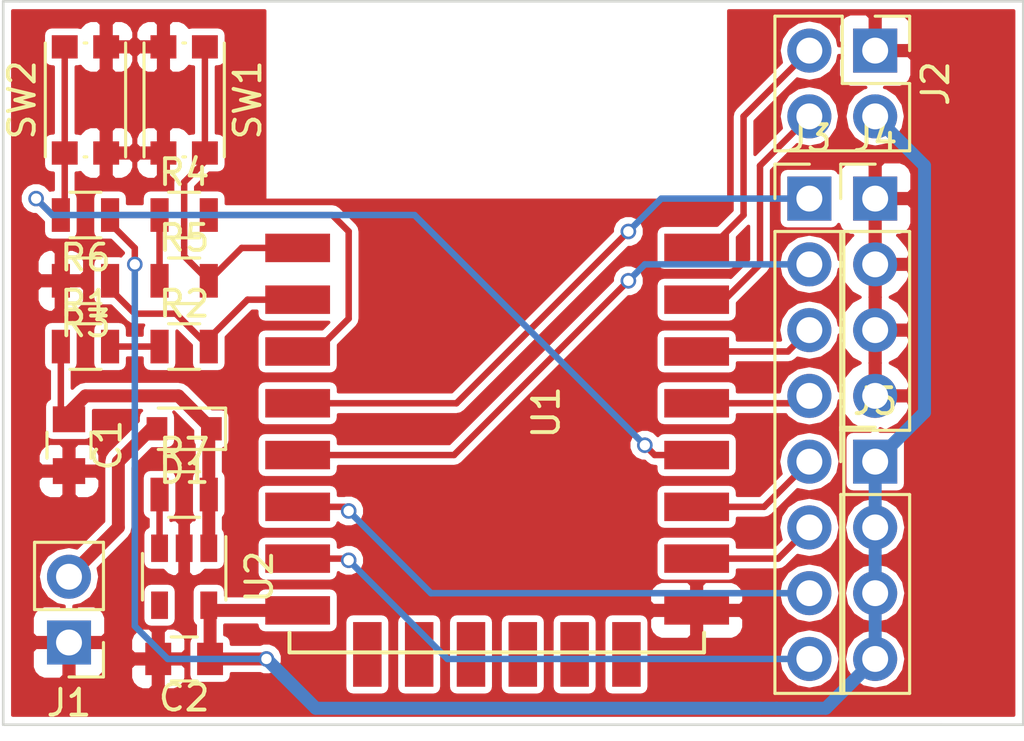
<source format=kicad_pcb>
(kicad_pcb (version 4) (host pcbnew 4.0.7-e2-6376~58~ubuntu16.04.1)

  (general
    (links 50)
    (no_connects 0)
    (area 150.444999 89.484999 189.915001 117.525001)
    (thickness 1.6)
    (drawings 7)
    (tracks 112)
    (zones 0)
    (modules 19)
    (nets 28)
  )

  (page A4)
  (layers
    (0 F.Cu signal)
    (31 B.Cu signal)
    (32 B.Adhes user)
    (33 F.Adhes user)
    (34 B.Paste user)
    (35 F.Paste user)
    (36 B.SilkS user)
    (37 F.SilkS user)
    (38 B.Mask user)
    (39 F.Mask user)
    (40 Dwgs.User user)
    (41 Cmts.User user)
    (42 Eco1.User user)
    (43 Eco2.User user)
    (44 Edge.Cuts user)
    (45 Margin user)
    (46 B.CrtYd user)
    (47 F.CrtYd user)
    (48 B.Fab user)
    (49 F.Fab user)
  )

  (setup
    (last_trace_width 0.5)
    (user_trace_width 0.25)
    (user_trace_width 0.5)
    (trace_clearance 0.2)
    (zone_clearance 0.254)
    (zone_45_only yes)
    (trace_min 0.2)
    (segment_width 0.2)
    (edge_width 0.1)
    (via_size 0.6)
    (via_drill 0.4)
    (via_min_size 0.4)
    (via_min_drill 0.3)
    (uvia_size 0.3)
    (uvia_drill 0.1)
    (uvias_allowed no)
    (uvia_min_size 0.2)
    (uvia_min_drill 0.1)
    (pcb_text_width 0.3)
    (pcb_text_size 1.5 1.5)
    (mod_edge_width 0.15)
    (mod_text_size 1 1)
    (mod_text_width 0.15)
    (pad_size 1.5 1.5)
    (pad_drill 0.6)
    (pad_to_mask_clearance 0)
    (aux_axis_origin 0 0)
    (visible_elements FFFFFF7F)
    (pcbplotparams
      (layerselection 0x00030_80000001)
      (usegerberextensions false)
      (excludeedgelayer true)
      (linewidth 0.100000)
      (plotframeref false)
      (viasonmask false)
      (mode 1)
      (useauxorigin false)
      (hpglpennumber 1)
      (hpglpenspeed 20)
      (hpglpendiameter 15)
      (hpglpenoverlay 2)
      (psnegative false)
      (psa4output false)
      (plotreference true)
      (plotvalue true)
      (plotinvisibletext false)
      (padsonsilk false)
      (subtractmaskfromsilk false)
      (outputformat 1)
      (mirror false)
      (drillshape 1)
      (scaleselection 1)
      (outputdirectory ""))
  )

  (net 0 "")
  (net 1 +BATT)
  (net 2 GND)
  (net 3 +3V3)
  (net 4 "Net-(D1-Pad2)")
  (net 5 /ESP_UART_RX)
  (net 6 /ESP_UART_TX)
  (net 7 /IO_2)
  (net 8 /IO_4)
  (net 9 /IO_5)
  (net 10 /IO_12)
  (net 11 /IO_13)
  (net 12 /IO_14)
  (net 13 /IO_15)
  (net 14 /IO_16)
  (net 15 "Net-(R1-Pad2)")
  (net 16 /VBAT_SENSE)
  (net 17 /ESP_CH_PD)
  (net 18 /ESP_RESET)
  (net 19 /ESP_FLASH)
  (net 20 "Net-(R7-Pad1)")
  (net 21 "Net-(U1-Pad17)")
  (net 22 "Net-(U1-Pad18)")
  (net 23 "Net-(U1-Pad19)")
  (net 24 "Net-(U1-Pad20)")
  (net 25 "Net-(U1-Pad21)")
  (net 26 "Net-(U1-Pad22)")
  (net 27 "Net-(U2-Pad4)")

  (net_class Default "This is the default net class."
    (clearance 0.2)
    (trace_width 0.25)
    (via_dia 0.6)
    (via_drill 0.4)
    (uvia_dia 0.3)
    (uvia_drill 0.1)
    (add_net +3V3)
    (add_net +BATT)
    (add_net /ESP_CH_PD)
    (add_net /ESP_FLASH)
    (add_net /ESP_RESET)
    (add_net /ESP_UART_RX)
    (add_net /ESP_UART_TX)
    (add_net /IO_12)
    (add_net /IO_13)
    (add_net /IO_14)
    (add_net /IO_15)
    (add_net /IO_16)
    (add_net /IO_2)
    (add_net /IO_4)
    (add_net /IO_5)
    (add_net /VBAT_SENSE)
    (add_net GND)
    (add_net "Net-(D1-Pad2)")
    (add_net "Net-(R1-Pad2)")
    (add_net "Net-(R7-Pad1)")
    (add_net "Net-(U1-Pad17)")
    (add_net "Net-(U1-Pad18)")
    (add_net "Net-(U1-Pad19)")
    (add_net "Net-(U1-Pad20)")
    (add_net "Net-(U1-Pad21)")
    (add_net "Net-(U1-Pad22)")
    (add_net "Net-(U2-Pad4)")
  )

  (module Capacitors_SMD:C_0805 (layer F.Cu) (tedit 58AA8463) (tstamp 5A105E8A)
    (at 153.035 106.68 270)
    (descr "Capacitor SMD 0805, reflow soldering, AVX (see smccp.pdf)")
    (tags "capacitor 0805")
    (path /5A09FFDB)
    (attr smd)
    (fp_text reference C1 (at 0 -1.5 270) (layer F.SilkS)
      (effects (font (size 1 1) (thickness 0.15)))
    )
    (fp_text value C (at 0 1.75 270) (layer F.Fab)
      (effects (font (size 1 1) (thickness 0.15)))
    )
    (fp_text user %R (at 0 -1.5 270) (layer F.Fab)
      (effects (font (size 1 1) (thickness 0.15)))
    )
    (fp_line (start -1 0.62) (end -1 -0.62) (layer F.Fab) (width 0.1))
    (fp_line (start 1 0.62) (end -1 0.62) (layer F.Fab) (width 0.1))
    (fp_line (start 1 -0.62) (end 1 0.62) (layer F.Fab) (width 0.1))
    (fp_line (start -1 -0.62) (end 1 -0.62) (layer F.Fab) (width 0.1))
    (fp_line (start 0.5 -0.85) (end -0.5 -0.85) (layer F.SilkS) (width 0.12))
    (fp_line (start -0.5 0.85) (end 0.5 0.85) (layer F.SilkS) (width 0.12))
    (fp_line (start -1.75 -0.88) (end 1.75 -0.88) (layer F.CrtYd) (width 0.05))
    (fp_line (start -1.75 -0.88) (end -1.75 0.87) (layer F.CrtYd) (width 0.05))
    (fp_line (start 1.75 0.87) (end 1.75 -0.88) (layer F.CrtYd) (width 0.05))
    (fp_line (start 1.75 0.87) (end -1.75 0.87) (layer F.CrtYd) (width 0.05))
    (pad 1 smd rect (at -1 0 270) (size 1 1.25) (layers F.Cu F.Paste F.Mask)
      (net 1 +BATT))
    (pad 2 smd rect (at 1 0 270) (size 1 1.25) (layers F.Cu F.Paste F.Mask)
      (net 2 GND))
    (model Capacitors_SMD.3dshapes/C_0805.wrl
      (at (xyz 0 0 0))
      (scale (xyz 1 1 1))
      (rotate (xyz 0 0 0))
    )
  )

  (module Capacitors_SMD:C_0805 (layer F.Cu) (tedit 58AA8463) (tstamp 5A105E9B)
    (at 157.48 114.935 180)
    (descr "Capacitor SMD 0805, reflow soldering, AVX (see smccp.pdf)")
    (tags "capacitor 0805")
    (path /5A0A0088)
    (attr smd)
    (fp_text reference C2 (at 0 -1.5 180) (layer F.SilkS)
      (effects (font (size 1 1) (thickness 0.15)))
    )
    (fp_text value C (at 0 1.75 180) (layer F.Fab)
      (effects (font (size 1 1) (thickness 0.15)))
    )
    (fp_text user %R (at 0 -1.5 180) (layer F.Fab)
      (effects (font (size 1 1) (thickness 0.15)))
    )
    (fp_line (start -1 0.62) (end -1 -0.62) (layer F.Fab) (width 0.1))
    (fp_line (start 1 0.62) (end -1 0.62) (layer F.Fab) (width 0.1))
    (fp_line (start 1 -0.62) (end 1 0.62) (layer F.Fab) (width 0.1))
    (fp_line (start -1 -0.62) (end 1 -0.62) (layer F.Fab) (width 0.1))
    (fp_line (start 0.5 -0.85) (end -0.5 -0.85) (layer F.SilkS) (width 0.12))
    (fp_line (start -0.5 0.85) (end 0.5 0.85) (layer F.SilkS) (width 0.12))
    (fp_line (start -1.75 -0.88) (end 1.75 -0.88) (layer F.CrtYd) (width 0.05))
    (fp_line (start -1.75 -0.88) (end -1.75 0.87) (layer F.CrtYd) (width 0.05))
    (fp_line (start 1.75 0.87) (end 1.75 -0.88) (layer F.CrtYd) (width 0.05))
    (fp_line (start 1.75 0.87) (end -1.75 0.87) (layer F.CrtYd) (width 0.05))
    (pad 1 smd rect (at -1 0 180) (size 1 1.25) (layers F.Cu F.Paste F.Mask)
      (net 3 +3V3))
    (pad 2 smd rect (at 1 0 180) (size 1 1.25) (layers F.Cu F.Paste F.Mask)
      (net 2 GND))
    (model Capacitors_SMD.3dshapes/C_0805.wrl
      (at (xyz 0 0 0))
      (scale (xyz 1 1 1))
      (rotate (xyz 0 0 0))
    )
  )

  (module Diodes_SMD:D_0805 (layer F.Cu) (tedit 590CE9A4) (tstamp 5A105EB3)
    (at 157.48 106.045 180)
    (descr "Diode SMD in 0805 package http://datasheets.avx.com/schottky.pdf")
    (tags "smd diode")
    (path /5A022728)
    (attr smd)
    (fp_text reference D1 (at 0 -1.6 180) (layer F.SilkS)
      (effects (font (size 1 1) (thickness 0.15)))
    )
    (fp_text value D (at 0 1.7 180) (layer F.Fab)
      (effects (font (size 1 1) (thickness 0.15)))
    )
    (fp_text user %R (at 0 -1.6 180) (layer F.Fab)
      (effects (font (size 1 1) (thickness 0.15)))
    )
    (fp_line (start -1.6 -0.8) (end -1.6 0.8) (layer F.SilkS) (width 0.12))
    (fp_line (start -1.7 0.88) (end -1.7 -0.88) (layer F.CrtYd) (width 0.05))
    (fp_line (start 1.7 0.88) (end -1.7 0.88) (layer F.CrtYd) (width 0.05))
    (fp_line (start 1.7 -0.88) (end 1.7 0.88) (layer F.CrtYd) (width 0.05))
    (fp_line (start -1.7 -0.88) (end 1.7 -0.88) (layer F.CrtYd) (width 0.05))
    (fp_line (start 0.2 0) (end 0.4 0) (layer F.Fab) (width 0.1))
    (fp_line (start -0.1 0) (end -0.3 0) (layer F.Fab) (width 0.1))
    (fp_line (start -0.1 -0.2) (end -0.1 0.2) (layer F.Fab) (width 0.1))
    (fp_line (start 0.2 0.2) (end 0.2 -0.2) (layer F.Fab) (width 0.1))
    (fp_line (start -0.1 0) (end 0.2 0.2) (layer F.Fab) (width 0.1))
    (fp_line (start 0.2 -0.2) (end -0.1 0) (layer F.Fab) (width 0.1))
    (fp_line (start -1 0.65) (end -1 -0.65) (layer F.Fab) (width 0.1))
    (fp_line (start 1 0.65) (end -1 0.65) (layer F.Fab) (width 0.1))
    (fp_line (start 1 -0.65) (end 1 0.65) (layer F.Fab) (width 0.1))
    (fp_line (start -1 -0.65) (end 1 -0.65) (layer F.Fab) (width 0.1))
    (fp_line (start -1.6 0.8) (end 1 0.8) (layer F.SilkS) (width 0.12))
    (fp_line (start -1.6 -0.8) (end 1 -0.8) (layer F.SilkS) (width 0.12))
    (pad 1 smd rect (at -1.05 0 180) (size 0.8 0.9) (layers F.Cu F.Paste F.Mask)
      (net 1 +BATT))
    (pad 2 smd rect (at 1.05 0 180) (size 0.8 0.9) (layers F.Cu F.Paste F.Mask)
      (net 4 "Net-(D1-Pad2)"))
    (model ${KISYS3DMOD}/Diodes_SMD.3dshapes/D_0805.wrl
      (at (xyz 0 0 0))
      (scale (xyz 1 1 1))
      (rotate (xyz 0 0 0))
    )
  )

  (module Pin_Headers:Pin_Header_Straight_1x02_Pitch2.54mm (layer F.Cu) (tedit 59650532) (tstamp 5A105EC9)
    (at 153.035 114.3 180)
    (descr "Through hole straight pin header, 1x02, 2.54mm pitch, single row")
    (tags "Through hole pin header THT 1x02 2.54mm single row")
    (path /5A00BB34)
    (fp_text reference J1 (at 0 -2.33 180) (layer F.SilkS)
      (effects (font (size 1 1) (thickness 0.15)))
    )
    (fp_text value Power (at 0 4.87 180) (layer F.Fab)
      (effects (font (size 1 1) (thickness 0.15)))
    )
    (fp_line (start -0.635 -1.27) (end 1.27 -1.27) (layer F.Fab) (width 0.1))
    (fp_line (start 1.27 -1.27) (end 1.27 3.81) (layer F.Fab) (width 0.1))
    (fp_line (start 1.27 3.81) (end -1.27 3.81) (layer F.Fab) (width 0.1))
    (fp_line (start -1.27 3.81) (end -1.27 -0.635) (layer F.Fab) (width 0.1))
    (fp_line (start -1.27 -0.635) (end -0.635 -1.27) (layer F.Fab) (width 0.1))
    (fp_line (start -1.33 3.87) (end 1.33 3.87) (layer F.SilkS) (width 0.12))
    (fp_line (start -1.33 1.27) (end -1.33 3.87) (layer F.SilkS) (width 0.12))
    (fp_line (start 1.33 1.27) (end 1.33 3.87) (layer F.SilkS) (width 0.12))
    (fp_line (start -1.33 1.27) (end 1.33 1.27) (layer F.SilkS) (width 0.12))
    (fp_line (start -1.33 0) (end -1.33 -1.33) (layer F.SilkS) (width 0.12))
    (fp_line (start -1.33 -1.33) (end 0 -1.33) (layer F.SilkS) (width 0.12))
    (fp_line (start -1.8 -1.8) (end -1.8 4.35) (layer F.CrtYd) (width 0.05))
    (fp_line (start -1.8 4.35) (end 1.8 4.35) (layer F.CrtYd) (width 0.05))
    (fp_line (start 1.8 4.35) (end 1.8 -1.8) (layer F.CrtYd) (width 0.05))
    (fp_line (start 1.8 -1.8) (end -1.8 -1.8) (layer F.CrtYd) (width 0.05))
    (fp_text user %R (at 0 1.27 270) (layer F.Fab)
      (effects (font (size 1 1) (thickness 0.15)))
    )
    (pad 1 thru_hole rect (at 0 0 180) (size 1.7 1.7) (drill 1) (layers *.Cu *.Mask)
      (net 2 GND))
    (pad 2 thru_hole oval (at 0 2.54 180) (size 1.7 1.7) (drill 1) (layers *.Cu *.Mask)
      (net 4 "Net-(D1-Pad2)"))
    (model ${KISYS3DMOD}/Pin_Headers.3dshapes/Pin_Header_Straight_1x02_Pitch2.54mm.wrl
      (at (xyz 0 0 0))
      (scale (xyz 1 1 1))
      (rotate (xyz 0 0 0))
    )
  )

  (module Resistors_SMD:R_0805 (layer F.Cu) (tedit 58E0A804) (tstamp 5A105F0E)
    (at 153.67 102.87)
    (descr "Resistor SMD 0805, reflow soldering, Vishay (see dcrcw.pdf)")
    (tags "resistor 0805")
    (path /5A084EF5)
    (attr smd)
    (fp_text reference R1 (at 0 -1.65) (layer F.SilkS)
      (effects (font (size 1 1) (thickness 0.15)))
    )
    (fp_text value 10K (at 0 1.75) (layer F.Fab)
      (effects (font (size 1 1) (thickness 0.15)))
    )
    (fp_text user %R (at 0 0) (layer F.Fab)
      (effects (font (size 0.5 0.5) (thickness 0.075)))
    )
    (fp_line (start -1 0.62) (end -1 -0.62) (layer F.Fab) (width 0.1))
    (fp_line (start 1 0.62) (end -1 0.62) (layer F.Fab) (width 0.1))
    (fp_line (start 1 -0.62) (end 1 0.62) (layer F.Fab) (width 0.1))
    (fp_line (start -1 -0.62) (end 1 -0.62) (layer F.Fab) (width 0.1))
    (fp_line (start 0.6 0.88) (end -0.6 0.88) (layer F.SilkS) (width 0.12))
    (fp_line (start -0.6 -0.88) (end 0.6 -0.88) (layer F.SilkS) (width 0.12))
    (fp_line (start -1.55 -0.9) (end 1.55 -0.9) (layer F.CrtYd) (width 0.05))
    (fp_line (start -1.55 -0.9) (end -1.55 0.9) (layer F.CrtYd) (width 0.05))
    (fp_line (start 1.55 0.9) (end 1.55 -0.9) (layer F.CrtYd) (width 0.05))
    (fp_line (start 1.55 0.9) (end -1.55 0.9) (layer F.CrtYd) (width 0.05))
    (pad 1 smd rect (at -0.95 0) (size 0.7 1.3) (layers F.Cu F.Paste F.Mask)
      (net 1 +BATT))
    (pad 2 smd rect (at 0.95 0) (size 0.7 1.3) (layers F.Cu F.Paste F.Mask)
      (net 15 "Net-(R1-Pad2)"))
    (model ${KISYS3DMOD}/Resistors_SMD.3dshapes/R_0805.wrl
      (at (xyz 0 0 0))
      (scale (xyz 1 1 1))
      (rotate (xyz 0 0 0))
    )
  )

  (module Resistors_SMD:R_0805 (layer F.Cu) (tedit 58E0A804) (tstamp 5A105F1F)
    (at 157.48 102.87)
    (descr "Resistor SMD 0805, reflow soldering, Vishay (see dcrcw.pdf)")
    (tags "resistor 0805")
    (path /5A0221F2)
    (attr smd)
    (fp_text reference R2 (at 0 -1.65) (layer F.SilkS)
      (effects (font (size 1 1) (thickness 0.15)))
    )
    (fp_text value 10K (at 0 1.75) (layer F.Fab)
      (effects (font (size 1 1) (thickness 0.15)))
    )
    (fp_text user %R (at 0 0) (layer F.Fab)
      (effects (font (size 0.5 0.5) (thickness 0.075)))
    )
    (fp_line (start -1 0.62) (end -1 -0.62) (layer F.Fab) (width 0.1))
    (fp_line (start 1 0.62) (end -1 0.62) (layer F.Fab) (width 0.1))
    (fp_line (start 1 -0.62) (end 1 0.62) (layer F.Fab) (width 0.1))
    (fp_line (start -1 -0.62) (end 1 -0.62) (layer F.Fab) (width 0.1))
    (fp_line (start 0.6 0.88) (end -0.6 0.88) (layer F.SilkS) (width 0.12))
    (fp_line (start -0.6 -0.88) (end 0.6 -0.88) (layer F.SilkS) (width 0.12))
    (fp_line (start -1.55 -0.9) (end 1.55 -0.9) (layer F.CrtYd) (width 0.05))
    (fp_line (start -1.55 -0.9) (end -1.55 0.9) (layer F.CrtYd) (width 0.05))
    (fp_line (start 1.55 0.9) (end 1.55 -0.9) (layer F.CrtYd) (width 0.05))
    (fp_line (start 1.55 0.9) (end -1.55 0.9) (layer F.CrtYd) (width 0.05))
    (pad 1 smd rect (at -0.95 0) (size 0.7 1.3) (layers F.Cu F.Paste F.Mask)
      (net 15 "Net-(R1-Pad2)"))
    (pad 2 smd rect (at 0.95 0) (size 0.7 1.3) (layers F.Cu F.Paste F.Mask)
      (net 16 /VBAT_SENSE))
    (model ${KISYS3DMOD}/Resistors_SMD.3dshapes/R_0805.wrl
      (at (xyz 0 0 0))
      (scale (xyz 1 1 1))
      (rotate (xyz 0 0 0))
    )
  )

  (module Resistors_SMD:R_0805 (layer F.Cu) (tedit 58E0A804) (tstamp 5A105F30)
    (at 153.67 100.33 180)
    (descr "Resistor SMD 0805, reflow soldering, Vishay (see dcrcw.pdf)")
    (tags "resistor 0805")
    (path /5A0222B9)
    (attr smd)
    (fp_text reference R3 (at 0 -1.65 180) (layer F.SilkS)
      (effects (font (size 1 1) (thickness 0.15)))
    )
    (fp_text value 10K (at 0 1.75 180) (layer F.Fab)
      (effects (font (size 1 1) (thickness 0.15)))
    )
    (fp_text user %R (at 0 0 180) (layer F.Fab)
      (effects (font (size 0.5 0.5) (thickness 0.075)))
    )
    (fp_line (start -1 0.62) (end -1 -0.62) (layer F.Fab) (width 0.1))
    (fp_line (start 1 0.62) (end -1 0.62) (layer F.Fab) (width 0.1))
    (fp_line (start 1 -0.62) (end 1 0.62) (layer F.Fab) (width 0.1))
    (fp_line (start -1 -0.62) (end 1 -0.62) (layer F.Fab) (width 0.1))
    (fp_line (start 0.6 0.88) (end -0.6 0.88) (layer F.SilkS) (width 0.12))
    (fp_line (start -0.6 -0.88) (end 0.6 -0.88) (layer F.SilkS) (width 0.12))
    (fp_line (start -1.55 -0.9) (end 1.55 -0.9) (layer F.CrtYd) (width 0.05))
    (fp_line (start -1.55 -0.9) (end -1.55 0.9) (layer F.CrtYd) (width 0.05))
    (fp_line (start 1.55 0.9) (end 1.55 -0.9) (layer F.CrtYd) (width 0.05))
    (fp_line (start 1.55 0.9) (end -1.55 0.9) (layer F.CrtYd) (width 0.05))
    (pad 1 smd rect (at -0.95 0 180) (size 0.7 1.3) (layers F.Cu F.Paste F.Mask)
      (net 16 /VBAT_SENSE))
    (pad 2 smd rect (at 0.95 0 180) (size 0.7 1.3) (layers F.Cu F.Paste F.Mask)
      (net 2 GND))
    (model ${KISYS3DMOD}/Resistors_SMD.3dshapes/R_0805.wrl
      (at (xyz 0 0 0))
      (scale (xyz 1 1 1))
      (rotate (xyz 0 0 0))
    )
  )

  (module Resistors_SMD:R_0805 (layer F.Cu) (tedit 58E0A804) (tstamp 5A105F41)
    (at 157.48 97.79)
    (descr "Resistor SMD 0805, reflow soldering, Vishay (see dcrcw.pdf)")
    (tags "resistor 0805")
    (path /5A020B9A)
    (attr smd)
    (fp_text reference R4 (at 0 -1.65) (layer F.SilkS)
      (effects (font (size 1 1) (thickness 0.15)))
    )
    (fp_text value 10K (at 0 1.75) (layer F.Fab)
      (effects (font (size 1 1) (thickness 0.15)))
    )
    (fp_text user %R (at 0 0) (layer F.Fab)
      (effects (font (size 0.5 0.5) (thickness 0.075)))
    )
    (fp_line (start -1 0.62) (end -1 -0.62) (layer F.Fab) (width 0.1))
    (fp_line (start 1 0.62) (end -1 0.62) (layer F.Fab) (width 0.1))
    (fp_line (start 1 -0.62) (end 1 0.62) (layer F.Fab) (width 0.1))
    (fp_line (start -1 -0.62) (end 1 -0.62) (layer F.Fab) (width 0.1))
    (fp_line (start 0.6 0.88) (end -0.6 0.88) (layer F.SilkS) (width 0.12))
    (fp_line (start -0.6 -0.88) (end 0.6 -0.88) (layer F.SilkS) (width 0.12))
    (fp_line (start -1.55 -0.9) (end 1.55 -0.9) (layer F.CrtYd) (width 0.05))
    (fp_line (start -1.55 -0.9) (end -1.55 0.9) (layer F.CrtYd) (width 0.05))
    (fp_line (start 1.55 0.9) (end 1.55 -0.9) (layer F.CrtYd) (width 0.05))
    (fp_line (start 1.55 0.9) (end -1.55 0.9) (layer F.CrtYd) (width 0.05))
    (pad 1 smd rect (at -0.95 0) (size 0.7 1.3) (layers F.Cu F.Paste F.Mask)
      (net 3 +3V3))
    (pad 2 smd rect (at 0.95 0) (size 0.7 1.3) (layers F.Cu F.Paste F.Mask)
      (net 17 /ESP_CH_PD))
    (model ${KISYS3DMOD}/Resistors_SMD.3dshapes/R_0805.wrl
      (at (xyz 0 0 0))
      (scale (xyz 1 1 1))
      (rotate (xyz 0 0 0))
    )
  )

  (module Resistors_SMD:R_0805 (layer F.Cu) (tedit 58E0A804) (tstamp 5A105F52)
    (at 157.48 100.33)
    (descr "Resistor SMD 0805, reflow soldering, Vishay (see dcrcw.pdf)")
    (tags "resistor 0805")
    (path /5A020DDF)
    (attr smd)
    (fp_text reference R5 (at 0 -1.65) (layer F.SilkS)
      (effects (font (size 1 1) (thickness 0.15)))
    )
    (fp_text value 10K (at 0 1.75) (layer F.Fab)
      (effects (font (size 1 1) (thickness 0.15)))
    )
    (fp_text user %R (at 0 0) (layer F.Fab)
      (effects (font (size 0.5 0.5) (thickness 0.075)))
    )
    (fp_line (start -1 0.62) (end -1 -0.62) (layer F.Fab) (width 0.1))
    (fp_line (start 1 0.62) (end -1 0.62) (layer F.Fab) (width 0.1))
    (fp_line (start 1 -0.62) (end 1 0.62) (layer F.Fab) (width 0.1))
    (fp_line (start -1 -0.62) (end 1 -0.62) (layer F.Fab) (width 0.1))
    (fp_line (start 0.6 0.88) (end -0.6 0.88) (layer F.SilkS) (width 0.12))
    (fp_line (start -0.6 -0.88) (end 0.6 -0.88) (layer F.SilkS) (width 0.12))
    (fp_line (start -1.55 -0.9) (end 1.55 -0.9) (layer F.CrtYd) (width 0.05))
    (fp_line (start -1.55 -0.9) (end -1.55 0.9) (layer F.CrtYd) (width 0.05))
    (fp_line (start 1.55 0.9) (end 1.55 -0.9) (layer F.CrtYd) (width 0.05))
    (fp_line (start 1.55 0.9) (end -1.55 0.9) (layer F.CrtYd) (width 0.05))
    (pad 1 smd rect (at -0.95 0) (size 0.7 1.3) (layers F.Cu F.Paste F.Mask)
      (net 3 +3V3))
    (pad 2 smd rect (at 0.95 0) (size 0.7 1.3) (layers F.Cu F.Paste F.Mask)
      (net 18 /ESP_RESET))
    (model ${KISYS3DMOD}/Resistors_SMD.3dshapes/R_0805.wrl
      (at (xyz 0 0 0))
      (scale (xyz 1 1 1))
      (rotate (xyz 0 0 0))
    )
  )

  (module Resistors_SMD:R_0805 (layer F.Cu) (tedit 58E0A804) (tstamp 5A105F63)
    (at 153.67 97.79 180)
    (descr "Resistor SMD 0805, reflow soldering, Vishay (see dcrcw.pdf)")
    (tags "resistor 0805")
    (path /5A020E40)
    (attr smd)
    (fp_text reference R6 (at 0 -1.65 180) (layer F.SilkS)
      (effects (font (size 1 1) (thickness 0.15)))
    )
    (fp_text value 10K (at 0 1.75 180) (layer F.Fab)
      (effects (font (size 1 1) (thickness 0.15)))
    )
    (fp_text user %R (at 0 0 180) (layer F.Fab)
      (effects (font (size 0.5 0.5) (thickness 0.075)))
    )
    (fp_line (start -1 0.62) (end -1 -0.62) (layer F.Fab) (width 0.1))
    (fp_line (start 1 0.62) (end -1 0.62) (layer F.Fab) (width 0.1))
    (fp_line (start 1 -0.62) (end 1 0.62) (layer F.Fab) (width 0.1))
    (fp_line (start -1 -0.62) (end 1 -0.62) (layer F.Fab) (width 0.1))
    (fp_line (start 0.6 0.88) (end -0.6 0.88) (layer F.SilkS) (width 0.12))
    (fp_line (start -0.6 -0.88) (end 0.6 -0.88) (layer F.SilkS) (width 0.12))
    (fp_line (start -1.55 -0.9) (end 1.55 -0.9) (layer F.CrtYd) (width 0.05))
    (fp_line (start -1.55 -0.9) (end -1.55 0.9) (layer F.CrtYd) (width 0.05))
    (fp_line (start 1.55 0.9) (end 1.55 -0.9) (layer F.CrtYd) (width 0.05))
    (fp_line (start 1.55 0.9) (end -1.55 0.9) (layer F.CrtYd) (width 0.05))
    (pad 1 smd rect (at -0.95 0 180) (size 0.7 1.3) (layers F.Cu F.Paste F.Mask)
      (net 3 +3V3))
    (pad 2 smd rect (at 0.95 0 180) (size 0.7 1.3) (layers F.Cu F.Paste F.Mask)
      (net 19 /ESP_FLASH))
    (model ${KISYS3DMOD}/Resistors_SMD.3dshapes/R_0805.wrl
      (at (xyz 0 0 0))
      (scale (xyz 1 1 1))
      (rotate (xyz 0 0 0))
    )
  )

  (module Resistors_SMD:R_0805 (layer F.Cu) (tedit 58E0A804) (tstamp 5A105F74)
    (at 157.48 108.585)
    (descr "Resistor SMD 0805, reflow soldering, Vishay (see dcrcw.pdf)")
    (tags "resistor 0805")
    (path /5A088E04)
    (attr smd)
    (fp_text reference R7 (at 0 -1.65) (layer F.SilkS)
      (effects (font (size 1 1) (thickness 0.15)))
    )
    (fp_text value 1K (at 0 1.75) (layer F.Fab)
      (effects (font (size 1 1) (thickness 0.15)))
    )
    (fp_text user %R (at 0 0) (layer F.Fab)
      (effects (font (size 0.5 0.5) (thickness 0.075)))
    )
    (fp_line (start -1 0.62) (end -1 -0.62) (layer F.Fab) (width 0.1))
    (fp_line (start 1 0.62) (end -1 0.62) (layer F.Fab) (width 0.1))
    (fp_line (start 1 -0.62) (end 1 0.62) (layer F.Fab) (width 0.1))
    (fp_line (start -1 -0.62) (end 1 -0.62) (layer F.Fab) (width 0.1))
    (fp_line (start 0.6 0.88) (end -0.6 0.88) (layer F.SilkS) (width 0.12))
    (fp_line (start -0.6 -0.88) (end 0.6 -0.88) (layer F.SilkS) (width 0.12))
    (fp_line (start -1.55 -0.9) (end 1.55 -0.9) (layer F.CrtYd) (width 0.05))
    (fp_line (start -1.55 -0.9) (end -1.55 0.9) (layer F.CrtYd) (width 0.05))
    (fp_line (start 1.55 0.9) (end 1.55 -0.9) (layer F.CrtYd) (width 0.05))
    (fp_line (start 1.55 0.9) (end -1.55 0.9) (layer F.CrtYd) (width 0.05))
    (pad 1 smd rect (at -0.95 0) (size 0.7 1.3) (layers F.Cu F.Paste F.Mask)
      (net 20 "Net-(R7-Pad1)"))
    (pad 2 smd rect (at 0.95 0) (size 0.7 1.3) (layers F.Cu F.Paste F.Mask)
      (net 1 +BATT))
    (model ${KISYS3DMOD}/Resistors_SMD.3dshapes/R_0805.wrl
      (at (xyz 0 0 0))
      (scale (xyz 1 1 1))
      (rotate (xyz 0 0 0))
    )
  )

  (module Buttons_Switches_SMD:SW_SPST_KMR2 (layer F.Cu) (tedit 59FCDF07) (tstamp 5A105F8A)
    (at 157.48 93.345 270)
    (descr "CK components KMR2 tactile switch http://www.ckswitches.com/media/1479/kmr2.pdf")
    (tags "tactile switch kmr2")
    (path /5A020E93)
    (attr smd)
    (fp_text reference SW1 (at 0 -2.45 270) (layer F.SilkS)
      (effects (font (size 1 1) (thickness 0.15)))
    )
    (fp_text value Reset (at 0 2.55 270) (layer F.Fab)
      (effects (font (size 1 1) (thickness 0.15)))
    )
    (fp_text user %R (at 0 -2.45 270) (layer F.Fab)
      (effects (font (size 1 1) (thickness 0.15)))
    )
    (fp_line (start -2.1 -1.4) (end 2.1 -1.4) (layer F.Fab) (width 0.1))
    (fp_line (start 2.1 -1.4) (end 2.1 1.4) (layer F.Fab) (width 0.1))
    (fp_line (start 2.1 1.4) (end -2.1 1.4) (layer F.Fab) (width 0.1))
    (fp_line (start -2.1 1.4) (end -2.1 -1.4) (layer F.Fab) (width 0.1))
    (fp_line (start 2.2 0.05) (end 2.2 -0.05) (layer F.SilkS) (width 0.12))
    (fp_line (start -2.8 -1.8) (end 2.8 -1.8) (layer F.CrtYd) (width 0.05))
    (fp_line (start 2.8 -1.8) (end 2.8 1.8) (layer F.CrtYd) (width 0.05))
    (fp_line (start 2.8 1.8) (end -2.8 1.8) (layer F.CrtYd) (width 0.05))
    (fp_line (start -2.8 1.8) (end -2.8 -1.8) (layer F.CrtYd) (width 0.05))
    (fp_circle (center 0 0) (end 0 0.8) (layer F.Fab) (width 0.1))
    (fp_line (start -2.2 1.55) (end 2.2 1.55) (layer F.SilkS) (width 0.12))
    (fp_line (start 2.2 -1.55) (end -2.2 -1.55) (layer F.SilkS) (width 0.12))
    (fp_line (start -2.2 0.05) (end -2.2 -0.05) (layer F.SilkS) (width 0.12))
    (pad 1 smd rect (at -2.05 -0.8 270) (size 0.9 1) (layers F.Cu F.Paste F.Mask)
      (net 18 /ESP_RESET))
    (pad 2 smd rect (at -2.05 0.8 270) (size 0.9 1) (layers F.Cu F.Paste F.Mask)
      (net 2 GND))
    (pad 1 smd rect (at 2.05 -0.8 270) (size 0.9 1) (layers F.Cu F.Paste F.Mask)
      (net 18 /ESP_RESET))
    (pad 2 smd rect (at 2.05 0.8 270) (size 0.9 1) (layers F.Cu F.Paste F.Mask)
      (net 2 GND))
    (model ${KISYS3DMOD}/Buttons_Switches_SMD.3dshapes/SW_SPST_KMR2.wrl
      (at (xyz 0 0 0))
      (scale (xyz 1 1 1))
      (rotate (xyz 0 0 0))
    )
  )

  (module Buttons_Switches_SMD:SW_SPST_KMR2 (layer F.Cu) (tedit 59FCDF07) (tstamp 5A105FA0)
    (at 153.67 93.345 90)
    (descr "CK components KMR2 tactile switch http://www.ckswitches.com/media/1479/kmr2.pdf")
    (tags "tactile switch kmr2")
    (path /5A020F70)
    (attr smd)
    (fp_text reference SW2 (at 0 -2.45 90) (layer F.SilkS)
      (effects (font (size 1 1) (thickness 0.15)))
    )
    (fp_text value Flash (at 0 2.55 90) (layer F.Fab)
      (effects (font (size 1 1) (thickness 0.15)))
    )
    (fp_text user %R (at 0 -2.45 90) (layer F.Fab)
      (effects (font (size 1 1) (thickness 0.15)))
    )
    (fp_line (start -2.1 -1.4) (end 2.1 -1.4) (layer F.Fab) (width 0.1))
    (fp_line (start 2.1 -1.4) (end 2.1 1.4) (layer F.Fab) (width 0.1))
    (fp_line (start 2.1 1.4) (end -2.1 1.4) (layer F.Fab) (width 0.1))
    (fp_line (start -2.1 1.4) (end -2.1 -1.4) (layer F.Fab) (width 0.1))
    (fp_line (start 2.2 0.05) (end 2.2 -0.05) (layer F.SilkS) (width 0.12))
    (fp_line (start -2.8 -1.8) (end 2.8 -1.8) (layer F.CrtYd) (width 0.05))
    (fp_line (start 2.8 -1.8) (end 2.8 1.8) (layer F.CrtYd) (width 0.05))
    (fp_line (start 2.8 1.8) (end -2.8 1.8) (layer F.CrtYd) (width 0.05))
    (fp_line (start -2.8 1.8) (end -2.8 -1.8) (layer F.CrtYd) (width 0.05))
    (fp_circle (center 0 0) (end 0 0.8) (layer F.Fab) (width 0.1))
    (fp_line (start -2.2 1.55) (end 2.2 1.55) (layer F.SilkS) (width 0.12))
    (fp_line (start 2.2 -1.55) (end -2.2 -1.55) (layer F.SilkS) (width 0.12))
    (fp_line (start -2.2 0.05) (end -2.2 -0.05) (layer F.SilkS) (width 0.12))
    (pad 1 smd rect (at -2.05 -0.8 90) (size 0.9 1) (layers F.Cu F.Paste F.Mask)
      (net 19 /ESP_FLASH))
    (pad 2 smd rect (at -2.05 0.8 90) (size 0.9 1) (layers F.Cu F.Paste F.Mask)
      (net 2 GND))
    (pad 1 smd rect (at 2.05 -0.8 90) (size 0.9 1) (layers F.Cu F.Paste F.Mask)
      (net 19 /ESP_FLASH))
    (pad 2 smd rect (at 2.05 0.8 90) (size 0.9 1) (layers F.Cu F.Paste F.Mask)
      (net 2 GND))
    (model ${KISYS3DMOD}/Buttons_Switches_SMD.3dshapes/SW_SPST_KMR2.wrl
      (at (xyz 0 0 0))
      (scale (xyz 1 1 1))
      (rotate (xyz 0 0 0))
    )
  )

  (module ESP8266:ESP-12E_SMD (layer F.Cu) (tedit 58FB7FFE) (tstamp 5A105FCE)
    (at 162.56 99.06)
    (descr "Module, ESP-8266, ESP-12, 16 pad, SMD")
    (tags "Module ESP-8266 ESP8266")
    (path /5A087796)
    (fp_text reference U1 (at 8.89 6.35 90) (layer F.SilkS)
      (effects (font (size 1 1) (thickness 0.15)))
    )
    (fp_text value ESP-12E (at 5.08 6.35 90) (layer F.Fab) hide
      (effects (font (size 1 1) (thickness 0.15)))
    )
    (fp_line (start -2.25 -0.5) (end -2.25 -8.75) (layer F.CrtYd) (width 0.05))
    (fp_line (start -2.25 -8.75) (end 15.25 -8.75) (layer F.CrtYd) (width 0.05))
    (fp_line (start 15.25 -8.75) (end 16.25 -8.75) (layer F.CrtYd) (width 0.05))
    (fp_line (start 16.25 -8.75) (end 16.25 16) (layer F.CrtYd) (width 0.05))
    (fp_line (start 16.25 16) (end -2.25 16) (layer F.CrtYd) (width 0.05))
    (fp_line (start -2.25 16) (end -2.25 -0.5) (layer F.CrtYd) (width 0.05))
    (fp_line (start -1.016 -8.382) (end 14.986 -8.382) (layer F.CrtYd) (width 0.1524))
    (fp_line (start 14.986 -8.382) (end 14.986 -0.889) (layer F.CrtYd) (width 0.1524))
    (fp_line (start -1.016 -8.382) (end -1.016 -1.016) (layer F.CrtYd) (width 0.1524))
    (fp_line (start -1.016 14.859) (end -1.016 15.621) (layer F.SilkS) (width 0.1524))
    (fp_line (start -1.016 15.621) (end 14.986 15.621) (layer F.SilkS) (width 0.1524))
    (fp_line (start 14.986 15.621) (end 14.986 14.859) (layer F.SilkS) (width 0.1524))
    (fp_line (start 14.992 -8.4) (end -1.008 -2.6) (layer F.CrtYd) (width 0.1524))
    (fp_line (start -1.008 -8.4) (end 14.992 -2.6) (layer F.CrtYd) (width 0.1524))
    (fp_text user "No Copper" (at 6.892 -5.4) (layer F.CrtYd)
      (effects (font (size 1 1) (thickness 0.15)))
    )
    (fp_line (start -1.008 -2.6) (end 14.992 -2.6) (layer F.CrtYd) (width 0.1524))
    (fp_line (start 15 -8.4) (end 15 15.6) (layer F.Fab) (width 0.05))
    (fp_line (start 14.992 15.6) (end -1.008 15.6) (layer F.Fab) (width 0.05))
    (fp_line (start -1.008 15.6) (end -1.008 -8.4) (layer F.Fab) (width 0.05))
    (fp_line (start -1.008 -8.4) (end 14.992 -8.4) (layer F.Fab) (width 0.05))
    (pad 1 smd rect (at 0 0) (size 2.5 1.1) (drill (offset -0.7 0)) (layers F.Cu F.Paste F.Mask)
      (net 18 /ESP_RESET))
    (pad 2 smd rect (at 0 2) (size 2.5 1.1) (drill (offset -0.7 0)) (layers F.Cu F.Paste F.Mask)
      (net 16 /VBAT_SENSE))
    (pad 3 smd rect (at 0 4) (size 2.5 1.1) (drill (offset -0.7 0)) (layers F.Cu F.Paste F.Mask)
      (net 17 /ESP_CH_PD))
    (pad 4 smd rect (at 0 6) (size 2.5 1.1) (drill (offset -0.7 0)) (layers F.Cu F.Paste F.Mask)
      (net 14 /IO_16))
    (pad 5 smd rect (at 0 8) (size 2.5 1.1) (drill (offset -0.7 0)) (layers F.Cu F.Paste F.Mask)
      (net 12 /IO_14))
    (pad 6 smd rect (at 0 10) (size 2.5 1.1) (drill (offset -0.7 0)) (layers F.Cu F.Paste F.Mask)
      (net 10 /IO_12))
    (pad 7 smd rect (at 0 12) (size 2.5 1.1) (drill (offset -0.7 0)) (layers F.Cu F.Paste F.Mask)
      (net 11 /IO_13))
    (pad 8 smd rect (at 0 14) (size 2.5 1.1) (drill (offset -0.7 0)) (layers F.Cu F.Paste F.Mask)
      (net 3 +3V3))
    (pad 9 smd rect (at 14 14) (size 2.5 1.1) (drill (offset 0.7 0)) (layers F.Cu F.Paste F.Mask)
      (net 2 GND))
    (pad 10 smd rect (at 14 12) (size 2.5 1.1) (drill (offset 0.7 0)) (layers F.Cu F.Paste F.Mask)
      (net 13 /IO_15))
    (pad 11 smd rect (at 14 10) (size 2.5 1.1) (drill (offset 0.7 0)) (layers F.Cu F.Paste F.Mask)
      (net 7 /IO_2))
    (pad 12 smd rect (at 14 8) (size 2.5 1.1) (drill (offset 0.7 0)) (layers F.Cu F.Paste F.Mask)
      (net 19 /ESP_FLASH))
    (pad 13 smd rect (at 14 6) (size 2.5 1.1) (drill (offset 0.7 0)) (layers F.Cu F.Paste F.Mask)
      (net 8 /IO_4))
    (pad 14 smd rect (at 14 4) (size 2.5 1.1) (drill (offset 0.7 0)) (layers F.Cu F.Paste F.Mask)
      (net 9 /IO_5))
    (pad 15 smd rect (at 14 2) (size 2.5 1.1) (drill (offset 0.7 0)) (layers F.Cu F.Paste F.Mask)
      (net 5 /ESP_UART_RX))
    (pad 16 smd rect (at 14 0) (size 2.5 1.1) (drill (offset 0.7 0)) (layers F.Cu F.Paste F.Mask)
      (net 6 /ESP_UART_TX))
    (pad 17 smd rect (at 1.99 15 90) (size 2.5 1.1) (drill (offset -0.7 0)) (layers F.Cu F.Paste F.Mask)
      (net 21 "Net-(U1-Pad17)"))
    (pad 18 smd rect (at 3.99 15 90) (size 2.5 1.1) (drill (offset -0.7 0)) (layers F.Cu F.Paste F.Mask)
      (net 22 "Net-(U1-Pad18)"))
    (pad 19 smd rect (at 5.99 15 90) (size 2.5 1.1) (drill (offset -0.7 0)) (layers F.Cu F.Paste F.Mask)
      (net 23 "Net-(U1-Pad19)"))
    (pad 20 smd rect (at 7.99 15 90) (size 2.5 1.1) (drill (offset -0.7 0)) (layers F.Cu F.Paste F.Mask)
      (net 24 "Net-(U1-Pad20)"))
    (pad 21 smd rect (at 9.99 15 90) (size 2.5 1.1) (drill (offset -0.7 0)) (layers F.Cu F.Paste F.Mask)
      (net 25 "Net-(U1-Pad21)"))
    (pad 22 smd rect (at 11.99 15 90) (size 2.5 1.1) (drill (offset -0.7 0)) (layers F.Cu F.Paste F.Mask)
      (net 26 "Net-(U1-Pad22)"))
    (model ${ESPLIB}/ESP8266.3dshapes/ESP-12.wrl
      (at (xyz 0 0 0))
      (scale (xyz 0.3937 0.3937 0.3937))
      (rotate (xyz 0 0 0))
    )
  )

  (module TO_SOT_Packages_SMD:SOT-23-5 (layer F.Cu) (tedit 58CE4E7E) (tstamp 5A105FE3)
    (at 157.48 111.76 270)
    (descr "5-pin SOT23 package")
    (tags SOT-23-5)
    (path /5A088A06)
    (attr smd)
    (fp_text reference U2 (at 0 -2.9 270) (layer F.SilkS)
      (effects (font (size 1 1) (thickness 0.15)))
    )
    (fp_text value AP2112K-3.3 (at 0 2.9 270) (layer F.Fab)
      (effects (font (size 1 1) (thickness 0.15)))
    )
    (fp_text user %R (at 0 0 360) (layer F.Fab)
      (effects (font (size 0.5 0.5) (thickness 0.075)))
    )
    (fp_line (start -0.9 1.61) (end 0.9 1.61) (layer F.SilkS) (width 0.12))
    (fp_line (start 0.9 -1.61) (end -1.55 -1.61) (layer F.SilkS) (width 0.12))
    (fp_line (start -1.9 -1.8) (end 1.9 -1.8) (layer F.CrtYd) (width 0.05))
    (fp_line (start 1.9 -1.8) (end 1.9 1.8) (layer F.CrtYd) (width 0.05))
    (fp_line (start 1.9 1.8) (end -1.9 1.8) (layer F.CrtYd) (width 0.05))
    (fp_line (start -1.9 1.8) (end -1.9 -1.8) (layer F.CrtYd) (width 0.05))
    (fp_line (start -0.9 -0.9) (end -0.25 -1.55) (layer F.Fab) (width 0.1))
    (fp_line (start 0.9 -1.55) (end -0.25 -1.55) (layer F.Fab) (width 0.1))
    (fp_line (start -0.9 -0.9) (end -0.9 1.55) (layer F.Fab) (width 0.1))
    (fp_line (start 0.9 1.55) (end -0.9 1.55) (layer F.Fab) (width 0.1))
    (fp_line (start 0.9 -1.55) (end 0.9 1.55) (layer F.Fab) (width 0.1))
    (pad 1 smd rect (at -1.1 -0.95 270) (size 1.06 0.65) (layers F.Cu F.Paste F.Mask)
      (net 1 +BATT))
    (pad 2 smd rect (at -1.1 0 270) (size 1.06 0.65) (layers F.Cu F.Paste F.Mask)
      (net 2 GND))
    (pad 3 smd rect (at -1.1 0.95 270) (size 1.06 0.65) (layers F.Cu F.Paste F.Mask)
      (net 20 "Net-(R7-Pad1)"))
    (pad 4 smd rect (at 1.1 0.95 270) (size 1.06 0.65) (layers F.Cu F.Paste F.Mask)
      (net 27 "Net-(U2-Pad4)"))
    (pad 5 smd rect (at 1.1 -0.95 270) (size 1.06 0.65) (layers F.Cu F.Paste F.Mask)
      (net 3 +3V3))
    (model ${KISYS3DMOD}/TO_SOT_Packages_SMD.3dshapes/SOT-23-5.wrl
      (at (xyz 0 0 0))
      (scale (xyz 1 1 1))
      (rotate (xyz 0 0 0))
    )
  )

  (module Pin_Headers:Pin_Header_Straight_1x08_Pitch2.54mm (layer F.Cu) (tedit 59650532) (tstamp 5A106B7B)
    (at 181.61 97.155)
    (descr "Through hole straight pin header, 1x08, 2.54mm pitch, single row")
    (tags "Through hole pin header THT 1x08 2.54mm single row")
    (path /5A107287)
    (fp_text reference J3 (at 0 -2.33) (layer F.SilkS)
      (effects (font (size 1 1) (thickness 0.15)))
    )
    (fp_text value IO (at 0 20.11) (layer F.Fab)
      (effects (font (size 1 1) (thickness 0.15)))
    )
    (fp_line (start -0.635 -1.27) (end 1.27 -1.27) (layer F.Fab) (width 0.1))
    (fp_line (start 1.27 -1.27) (end 1.27 19.05) (layer F.Fab) (width 0.1))
    (fp_line (start 1.27 19.05) (end -1.27 19.05) (layer F.Fab) (width 0.1))
    (fp_line (start -1.27 19.05) (end -1.27 -0.635) (layer F.Fab) (width 0.1))
    (fp_line (start -1.27 -0.635) (end -0.635 -1.27) (layer F.Fab) (width 0.1))
    (fp_line (start -1.33 19.11) (end 1.33 19.11) (layer F.SilkS) (width 0.12))
    (fp_line (start -1.33 1.27) (end -1.33 19.11) (layer F.SilkS) (width 0.12))
    (fp_line (start 1.33 1.27) (end 1.33 19.11) (layer F.SilkS) (width 0.12))
    (fp_line (start -1.33 1.27) (end 1.33 1.27) (layer F.SilkS) (width 0.12))
    (fp_line (start -1.33 0) (end -1.33 -1.33) (layer F.SilkS) (width 0.12))
    (fp_line (start -1.33 -1.33) (end 0 -1.33) (layer F.SilkS) (width 0.12))
    (fp_line (start -1.8 -1.8) (end -1.8 19.55) (layer F.CrtYd) (width 0.05))
    (fp_line (start -1.8 19.55) (end 1.8 19.55) (layer F.CrtYd) (width 0.05))
    (fp_line (start 1.8 19.55) (end 1.8 -1.8) (layer F.CrtYd) (width 0.05))
    (fp_line (start 1.8 -1.8) (end -1.8 -1.8) (layer F.CrtYd) (width 0.05))
    (fp_text user %R (at 0 8.89 90) (layer F.Fab)
      (effects (font (size 1 1) (thickness 0.15)))
    )
    (pad 1 thru_hole rect (at 0 0) (size 1.7 1.7) (drill 1) (layers *.Cu *.Mask)
      (net 14 /IO_16))
    (pad 2 thru_hole oval (at 0 2.54) (size 1.7 1.7) (drill 1) (layers *.Cu *.Mask)
      (net 12 /IO_14))
    (pad 3 thru_hole oval (at 0 5.08) (size 1.7 1.7) (drill 1) (layers *.Cu *.Mask)
      (net 9 /IO_5))
    (pad 4 thru_hole oval (at 0 7.62) (size 1.7 1.7) (drill 1) (layers *.Cu *.Mask)
      (net 8 /IO_4))
    (pad 5 thru_hole oval (at 0 10.16) (size 1.7 1.7) (drill 1) (layers *.Cu *.Mask)
      (net 7 /IO_2))
    (pad 6 thru_hole oval (at 0 12.7) (size 1.7 1.7) (drill 1) (layers *.Cu *.Mask)
      (net 13 /IO_15))
    (pad 7 thru_hole oval (at 0 15.24) (size 1.7 1.7) (drill 1) (layers *.Cu *.Mask)
      (net 10 /IO_12))
    (pad 8 thru_hole oval (at 0 17.78) (size 1.7 1.7) (drill 1) (layers *.Cu *.Mask)
      (net 11 /IO_13))
    (model ${KISYS3DMOD}/Pin_Headers.3dshapes/Pin_Header_Straight_1x08_Pitch2.54mm.wrl
      (at (xyz 0 0 0))
      (scale (xyz 1 1 1))
      (rotate (xyz 0 0 0))
    )
  )

  (module Pin_Headers:Pin_Header_Straight_1x04_Pitch2.54mm (layer F.Cu) (tedit 59650532) (tstamp 5A106CF0)
    (at 184.15 97.155)
    (descr "Through hole straight pin header, 1x04, 2.54mm pitch, single row")
    (tags "Through hole pin header THT 1x04 2.54mm single row")
    (path /5A10822F)
    (fp_text reference J4 (at 0 -2.33) (layer F.SilkS)
      (effects (font (size 1 1) (thickness 0.15)))
    )
    (fp_text value GND (at 0 9.95) (layer F.Fab)
      (effects (font (size 1 1) (thickness 0.15)))
    )
    (fp_line (start -0.635 -1.27) (end 1.27 -1.27) (layer F.Fab) (width 0.1))
    (fp_line (start 1.27 -1.27) (end 1.27 8.89) (layer F.Fab) (width 0.1))
    (fp_line (start 1.27 8.89) (end -1.27 8.89) (layer F.Fab) (width 0.1))
    (fp_line (start -1.27 8.89) (end -1.27 -0.635) (layer F.Fab) (width 0.1))
    (fp_line (start -1.27 -0.635) (end -0.635 -1.27) (layer F.Fab) (width 0.1))
    (fp_line (start -1.33 8.95) (end 1.33 8.95) (layer F.SilkS) (width 0.12))
    (fp_line (start -1.33 1.27) (end -1.33 8.95) (layer F.SilkS) (width 0.12))
    (fp_line (start 1.33 1.27) (end 1.33 8.95) (layer F.SilkS) (width 0.12))
    (fp_line (start -1.33 1.27) (end 1.33 1.27) (layer F.SilkS) (width 0.12))
    (fp_line (start -1.33 0) (end -1.33 -1.33) (layer F.SilkS) (width 0.12))
    (fp_line (start -1.33 -1.33) (end 0 -1.33) (layer F.SilkS) (width 0.12))
    (fp_line (start -1.8 -1.8) (end -1.8 9.4) (layer F.CrtYd) (width 0.05))
    (fp_line (start -1.8 9.4) (end 1.8 9.4) (layer F.CrtYd) (width 0.05))
    (fp_line (start 1.8 9.4) (end 1.8 -1.8) (layer F.CrtYd) (width 0.05))
    (fp_line (start 1.8 -1.8) (end -1.8 -1.8) (layer F.CrtYd) (width 0.05))
    (fp_text user %R (at 0 3.81 90) (layer F.Fab)
      (effects (font (size 1 1) (thickness 0.15)))
    )
    (pad 1 thru_hole rect (at 0 0) (size 1.7 1.7) (drill 1) (layers *.Cu *.Mask)
      (net 2 GND))
    (pad 2 thru_hole oval (at 0 2.54) (size 1.7 1.7) (drill 1) (layers *.Cu *.Mask)
      (net 2 GND))
    (pad 3 thru_hole oval (at 0 5.08) (size 1.7 1.7) (drill 1) (layers *.Cu *.Mask)
      (net 2 GND))
    (pad 4 thru_hole oval (at 0 7.62) (size 1.7 1.7) (drill 1) (layers *.Cu *.Mask)
      (net 2 GND))
    (model ${KISYS3DMOD}/Pin_Headers.3dshapes/Pin_Header_Straight_1x04_Pitch2.54mm.wrl
      (at (xyz 0 0 0))
      (scale (xyz 1 1 1))
      (rotate (xyz 0 0 0))
    )
  )

  (module Pin_Headers:Pin_Header_Straight_1x04_Pitch2.54mm (layer F.Cu) (tedit 59650532) (tstamp 5A106CF8)
    (at 184.15 107.315)
    (descr "Through hole straight pin header, 1x04, 2.54mm pitch, single row")
    (tags "Through hole pin header THT 1x04 2.54mm single row")
    (path /5A1083A8)
    (fp_text reference J5 (at 0 -2.33) (layer F.SilkS)
      (effects (font (size 1 1) (thickness 0.15)))
    )
    (fp_text value 3V3 (at 0 9.95) (layer F.Fab)
      (effects (font (size 1 1) (thickness 0.15)))
    )
    (fp_line (start -0.635 -1.27) (end 1.27 -1.27) (layer F.Fab) (width 0.1))
    (fp_line (start 1.27 -1.27) (end 1.27 8.89) (layer F.Fab) (width 0.1))
    (fp_line (start 1.27 8.89) (end -1.27 8.89) (layer F.Fab) (width 0.1))
    (fp_line (start -1.27 8.89) (end -1.27 -0.635) (layer F.Fab) (width 0.1))
    (fp_line (start -1.27 -0.635) (end -0.635 -1.27) (layer F.Fab) (width 0.1))
    (fp_line (start -1.33 8.95) (end 1.33 8.95) (layer F.SilkS) (width 0.12))
    (fp_line (start -1.33 1.27) (end -1.33 8.95) (layer F.SilkS) (width 0.12))
    (fp_line (start 1.33 1.27) (end 1.33 8.95) (layer F.SilkS) (width 0.12))
    (fp_line (start -1.33 1.27) (end 1.33 1.27) (layer F.SilkS) (width 0.12))
    (fp_line (start -1.33 0) (end -1.33 -1.33) (layer F.SilkS) (width 0.12))
    (fp_line (start -1.33 -1.33) (end 0 -1.33) (layer F.SilkS) (width 0.12))
    (fp_line (start -1.8 -1.8) (end -1.8 9.4) (layer F.CrtYd) (width 0.05))
    (fp_line (start -1.8 9.4) (end 1.8 9.4) (layer F.CrtYd) (width 0.05))
    (fp_line (start 1.8 9.4) (end 1.8 -1.8) (layer F.CrtYd) (width 0.05))
    (fp_line (start 1.8 -1.8) (end -1.8 -1.8) (layer F.CrtYd) (width 0.05))
    (fp_text user %R (at 0 3.81 90) (layer F.Fab)
      (effects (font (size 1 1) (thickness 0.15)))
    )
    (pad 1 thru_hole rect (at 0 0) (size 1.7 1.7) (drill 1) (layers *.Cu *.Mask)
      (net 3 +3V3))
    (pad 2 thru_hole oval (at 0 2.54) (size 1.7 1.7) (drill 1) (layers *.Cu *.Mask)
      (net 3 +3V3))
    (pad 3 thru_hole oval (at 0 5.08) (size 1.7 1.7) (drill 1) (layers *.Cu *.Mask)
      (net 3 +3V3))
    (pad 4 thru_hole oval (at 0 7.62) (size 1.7 1.7) (drill 1) (layers *.Cu *.Mask)
      (net 3 +3V3))
    (model ${KISYS3DMOD}/Pin_Headers.3dshapes/Pin_Header_Straight_1x04_Pitch2.54mm.wrl
      (at (xyz 0 0 0))
      (scale (xyz 1 1 1))
      (rotate (xyz 0 0 0))
    )
  )

  (module Pin_Headers:Pin_Header_Straight_2x02_Pitch2.54mm (layer F.Cu) (tedit 59650532) (tstamp 5A106E42)
    (at 184.15 91.44 270)
    (descr "Through hole straight pin header, 2x02, 2.54mm pitch, double rows")
    (tags "Through hole pin header THT 2x02 2.54mm double row")
    (path /5A108D38)
    (fp_text reference J2 (at 1.27 -2.33 270) (layer F.SilkS)
      (effects (font (size 1 1) (thickness 0.15)))
    )
    (fp_text value UART (at 1.27 4.87 270) (layer F.Fab)
      (effects (font (size 1 1) (thickness 0.15)))
    )
    (fp_line (start 0 -1.27) (end 3.81 -1.27) (layer F.Fab) (width 0.1))
    (fp_line (start 3.81 -1.27) (end 3.81 3.81) (layer F.Fab) (width 0.1))
    (fp_line (start 3.81 3.81) (end -1.27 3.81) (layer F.Fab) (width 0.1))
    (fp_line (start -1.27 3.81) (end -1.27 0) (layer F.Fab) (width 0.1))
    (fp_line (start -1.27 0) (end 0 -1.27) (layer F.Fab) (width 0.1))
    (fp_line (start -1.33 3.87) (end 3.87 3.87) (layer F.SilkS) (width 0.12))
    (fp_line (start -1.33 1.27) (end -1.33 3.87) (layer F.SilkS) (width 0.12))
    (fp_line (start 3.87 -1.33) (end 3.87 3.87) (layer F.SilkS) (width 0.12))
    (fp_line (start -1.33 1.27) (end 1.27 1.27) (layer F.SilkS) (width 0.12))
    (fp_line (start 1.27 1.27) (end 1.27 -1.33) (layer F.SilkS) (width 0.12))
    (fp_line (start 1.27 -1.33) (end 3.87 -1.33) (layer F.SilkS) (width 0.12))
    (fp_line (start -1.33 0) (end -1.33 -1.33) (layer F.SilkS) (width 0.12))
    (fp_line (start -1.33 -1.33) (end 0 -1.33) (layer F.SilkS) (width 0.12))
    (fp_line (start -1.8 -1.8) (end -1.8 4.35) (layer F.CrtYd) (width 0.05))
    (fp_line (start -1.8 4.35) (end 4.35 4.35) (layer F.CrtYd) (width 0.05))
    (fp_line (start 4.35 4.35) (end 4.35 -1.8) (layer F.CrtYd) (width 0.05))
    (fp_line (start 4.35 -1.8) (end -1.8 -1.8) (layer F.CrtYd) (width 0.05))
    (fp_text user %R (at 1.27 1.27 360) (layer F.Fab)
      (effects (font (size 1 1) (thickness 0.15)))
    )
    (pad 1 thru_hole rect (at 0 0 270) (size 1.7 1.7) (drill 1) (layers *.Cu *.Mask)
      (net 2 GND))
    (pad 2 thru_hole oval (at 2.54 0 270) (size 1.7 1.7) (drill 1) (layers *.Cu *.Mask)
      (net 3 +3V3))
    (pad 3 thru_hole oval (at 0 2.54 270) (size 1.7 1.7) (drill 1) (layers *.Cu *.Mask)
      (net 6 /ESP_UART_TX))
    (pad 4 thru_hole oval (at 2.54 2.54 270) (size 1.7 1.7) (drill 1) (layers *.Cu *.Mask)
      (net 5 /ESP_UART_RX))
    (model ${KISYS3DMOD}/Pin_Headers.3dshapes/Pin_Header_Straight_2x02_Pitch2.54mm.wrl
      (at (xyz 0 0 0))
      (scale (xyz 1 1 1))
      (rotate (xyz 0 0 0))
    )
  )

  (gr_line (start 186.69 117.475) (end 189.865 117.475) (angle 90) (layer Edge.Cuts) (width 0.1))
  (gr_line (start 189.865 89.535) (end 186.69 89.535) (angle 90) (layer Edge.Cuts) (width 0.1))
  (gr_line (start 150.495 89.535) (end 151.13 89.535) (angle 90) (layer Edge.Cuts) (width 0.1))
  (gr_line (start 150.495 117.475) (end 150.495 89.535) (angle 90) (layer Edge.Cuts) (width 0.1))
  (gr_line (start 186.69 117.475) (end 150.495 117.475) (angle 90) (layer Edge.Cuts) (width 0.1))
  (gr_line (start 189.865 89.535) (end 189.865 117.475) (angle 90) (layer Edge.Cuts) (width 0.1))
  (gr_line (start 151.13 89.535) (end 186.69 89.535) (angle 90) (layer Edge.Cuts) (width 0.1))

  (segment (start 152.72 102.87) (end 152.72 105.365) (width 0.25) (layer F.Cu) (net 1))
  (segment (start 152.72 105.365) (end 153.035 105.68) (width 0.25) (layer F.Cu) (net 1) (tstamp 5A107596))
  (segment (start 153.035 105.68) (end 153.035 105.41) (width 0.5) (layer F.Cu) (net 1))
  (segment (start 153.035 105.41) (end 153.67 104.775) (width 0.5) (layer F.Cu) (net 1) (tstamp 5A10752E))
  (segment (start 153.67 104.775) (end 157.26 104.775) (width 0.5) (layer F.Cu) (net 1) (tstamp 5A107530))
  (segment (start 157.26 104.775) (end 158.53 106.045) (width 0.5) (layer F.Cu) (net 1) (tstamp 5A107532))
  (segment (start 158.43 108.585) (end 158.43 106.145) (width 0.5) (layer F.Cu) (net 1))
  (segment (start 158.43 106.145) (end 158.53 106.045) (width 0.5) (layer F.Cu) (net 1) (tstamp 5A10752A))
  (segment (start 158.43 108.585) (end 158.43 110.66) (width 0.5) (layer F.Cu) (net 1))
  (segment (start 184.15 107.315) (end 186.055 105.41) (width 0.5) (layer B.Cu) (net 3) (status 400000))
  (segment (start 186.055 95.885) (end 184.15 93.98) (width 0.5) (layer B.Cu) (net 3) (tstamp 5A1079DC) (status 800000))
  (segment (start 186.055 105.41) (end 186.055 95.885) (width 0.5) (layer B.Cu) (net 3) (tstamp 5A1079DA))
  (segment (start 184.15 107.315) (end 184.15 109.855) (width 0.5) (layer B.Cu) (net 3))
  (segment (start 184.15 109.855) (end 184.15 112.395) (width 0.5) (layer B.Cu) (net 3) (tstamp 5A1075D4))
  (segment (start 184.15 112.395) (end 184.15 114.935) (width 0.5) (layer B.Cu) (net 3) (tstamp 5A1075D5))
  (segment (start 154.62 97.79) (end 154.62 98.11) (width 0.25) (layer F.Cu) (net 3))
  (segment (start 154.62 98.11) (end 155.575 99.065) (width 0.25) (layer F.Cu) (net 3) (tstamp 5A1075A2))
  (segment (start 156.845 114.935) (end 160.655 114.935) (width 0.25) (layer B.Cu) (net 3) (tstamp 5A1075B8))
  (segment (start 155.575 113.665) (end 156.845 114.935) (width 0.25) (layer B.Cu) (net 3) (tstamp 5A1075B3))
  (segment (start 155.575 108.585) (end 155.575 113.665) (width 0.25) (layer B.Cu) (net 3) (tstamp 5A1075B0))
  (segment (start 155.575 104.775) (end 155.575 108.585) (width 0.25) (layer B.Cu) (net 3) (tstamp 5A1075AF))
  (segment (start 155.575 99.695) (end 155.575 104.775) (width 0.25) (layer B.Cu) (net 3) (tstamp 5A1075AE))
  (via (at 155.575 99.695) (size 0.6) (drill 0.4) (layers F.Cu B.Cu) (net 3))
  (segment (start 155.575 99.065) (end 155.575 99.695) (width 0.25) (layer F.Cu) (net 3) (tstamp 5A1075A5))
  (segment (start 158.48 114.935) (end 160.655 114.935) (width 0.5) (layer F.Cu) (net 3))
  (segment (start 182.245 116.84) (end 184.15 114.935) (width 0.5) (layer B.Cu) (net 3) (tstamp 5A107578))
  (segment (start 180.34 116.84) (end 182.245 116.84) (width 0.5) (layer B.Cu) (net 3) (tstamp 5A107576))
  (segment (start 179.705 116.84) (end 180.34 116.84) (width 0.5) (layer B.Cu) (net 3) (tstamp 5A107570))
  (segment (start 162.56 116.84) (end 179.705 116.84) (width 0.5) (layer B.Cu) (net 3) (tstamp 5A10756E))
  (segment (start 161.29 115.57) (end 162.56 116.84) (width 0.5) (layer B.Cu) (net 3) (tstamp 5A10756D))
  (segment (start 160.655 114.935) (end 161.29 115.57) (width 0.5) (layer B.Cu) (net 3) (tstamp 5A10756C))
  (via (at 160.655 114.935) (size 0.6) (drill 0.4) (layers F.Cu B.Cu) (net 3))
  (segment (start 158.48 114.935) (end 158.48 112.91) (width 0.5) (layer F.Cu) (net 3))
  (segment (start 158.48 112.91) (end 158.43 112.86) (width 0.5) (layer F.Cu) (net 3) (tstamp 5A10751D))
  (segment (start 162.56 113.06) (end 158.63 113.06) (width 0.5) (layer F.Cu) (net 3))
  (segment (start 158.63 113.06) (end 158.43 112.86) (width 0.5) (layer F.Cu) (net 3) (tstamp 5A10751A))
  (segment (start 154.62 97.79) (end 156.53 97.79) (width 0.25) (layer F.Cu) (net 3))
  (segment (start 156.53 97.79) (end 156.53 100.33) (width 0.25) (layer F.Cu) (net 3) (tstamp 5A1073FE))
  (segment (start 156.43 106.045) (end 156.21 106.045) (width 0.5) (layer F.Cu) (net 4))
  (segment (start 156.21 106.045) (end 154.94 107.315) (width 0.5) (layer F.Cu) (net 4) (tstamp 5A10753C))
  (segment (start 154.94 107.315) (end 154.94 109.855) (width 0.5) (layer F.Cu) (net 4) (tstamp 5A10753E))
  (segment (start 154.94 109.855) (end 153.035 111.76) (width 0.5) (layer F.Cu) (net 4) (tstamp 5A107540))
  (segment (start 181.61 93.98) (end 179.705 95.885) (width 0.25) (layer F.Cu) (net 5) (status 10))
  (segment (start 179.705 99.695) (end 178.34 101.06) (width 0.25) (layer F.Cu) (net 5) (tstamp 5A1071AA))
  (segment (start 179.705 95.885) (end 179.705 99.695) (width 0.25) (layer F.Cu) (net 5) (tstamp 5A1071A6))
  (segment (start 178.34 101.06) (end 176.56 101.06) (width 0.25) (layer F.Cu) (net 5) (tstamp 5A1071B3) (status 30))
  (segment (start 181.61 91.44) (end 179.07 93.98) (width 0.25) (layer F.Cu) (net 6) (status 10))
  (segment (start 179.07 97.79) (end 177.8 99.06) (width 0.25) (layer F.Cu) (net 6) (tstamp 5A1071E3) (status 20))
  (segment (start 179.07 93.98) (end 179.07 97.79) (width 0.25) (layer F.Cu) (net 6) (tstamp 5A1071DE))
  (segment (start 177.8 99.06) (end 176.56 99.06) (width 0.25) (layer F.Cu) (net 6) (tstamp 5A1071E7) (status 30))
  (segment (start 176.56 99.06) (end 177.165 99.06) (width 0.25) (layer F.Cu) (net 6) (status 30))
  (segment (start 176.56 109.06) (end 179.865 109.06) (width 0.25) (layer F.Cu) (net 7) (status 10))
  (segment (start 179.865 109.06) (end 181.61 107.315) (width 0.25) (layer F.Cu) (net 7) (tstamp 5A107234) (status 20))
  (segment (start 176.56 105.06) (end 181.325 105.06) (width 0.25) (layer F.Cu) (net 8) (status 30))
  (segment (start 181.325 105.06) (end 181.61 104.775) (width 0.25) (layer F.Cu) (net 8) (tstamp 5A10722F) (status 30))
  (segment (start 176.56 103.06) (end 180.785 103.06) (width 0.25) (layer F.Cu) (net 9) (status 10))
  (segment (start 180.785 103.06) (end 181.61 102.235) (width 0.25) (layer F.Cu) (net 9) (tstamp 5A10722B) (status 20))
  (segment (start 178.245 103.06) (end 176.56 103.06) (width 0.25) (layer F.Cu) (net 9) (tstamp 5A107162) (status 30))
  (segment (start 162.56 109.06) (end 163.67 109.06) (width 0.25) (layer F.Cu) (net 10) (status 10))
  (segment (start 167.005 112.395) (end 181.61 112.395) (width 0.25) (layer B.Cu) (net 10) (tstamp 5A10734A) (status 20))
  (segment (start 163.83 109.22) (end 167.005 112.395) (width 0.25) (layer B.Cu) (net 10) (tstamp 5A107349))
  (via (at 163.83 109.22) (size 0.6) (drill 0.4) (layers F.Cu B.Cu) (net 10))
  (segment (start 163.67 109.06) (end 163.83 109.22) (width 0.25) (layer F.Cu) (net 10) (tstamp 5A107344))
  (segment (start 162.56 111.06) (end 163.765 111.06) (width 0.25) (layer F.Cu) (net 11) (status 10))
  (segment (start 167.64 114.935) (end 181.61 114.935) (width 0.25) (layer B.Cu) (net 11) (tstamp 5A107356) (status 20))
  (segment (start 163.83 111.125) (end 167.64 114.935) (width 0.25) (layer B.Cu) (net 11) (tstamp 5A107355))
  (via (at 163.83 111.125) (size 0.6) (drill 0.4) (layers F.Cu B.Cu) (net 11))
  (segment (start 163.765 111.06) (end 163.83 111.125) (width 0.25) (layer F.Cu) (net 11) (tstamp 5A107351))
  (segment (start 162.56 107.06) (end 167.895 107.06) (width 0.25) (layer F.Cu) (net 12))
  (segment (start 175.26 99.695) (end 181.61 99.695) (width 0.25) (layer B.Cu) (net 12) (tstamp 5A107485))
  (segment (start 174.625 100.33) (end 175.26 99.695) (width 0.25) (layer B.Cu) (net 12) (tstamp 5A107484))
  (via (at 174.625 100.33) (size 0.6) (drill 0.4) (layers F.Cu B.Cu) (net 12))
  (segment (start 167.895 107.06) (end 174.625 100.33) (width 0.25) (layer F.Cu) (net 12) (tstamp 5A10747A))
  (segment (start 176.56 111.06) (end 180.405 111.06) (width 0.25) (layer F.Cu) (net 13) (status 10))
  (segment (start 180.405 111.06) (end 181.61 109.855) (width 0.25) (layer F.Cu) (net 13) (tstamp 5A107239) (status 20))
  (segment (start 162.56 105.06) (end 167.99 105.06) (width 0.25) (layer F.Cu) (net 14))
  (segment (start 175.895 97.155) (end 181.61 97.155) (width 0.25) (layer B.Cu) (net 14) (tstamp 5A107468))
  (segment (start 174.625 98.425) (end 175.895 97.155) (width 0.25) (layer B.Cu) (net 14) (tstamp 5A107467))
  (via (at 174.625 98.425) (size 0.6) (drill 0.4) (layers F.Cu B.Cu) (net 14))
  (segment (start 167.99 105.06) (end 174.625 98.425) (width 0.25) (layer F.Cu) (net 14) (tstamp 5A10745E))
  (segment (start 154.62 102.87) (end 156.53 102.87) (width 0.25) (layer F.Cu) (net 15) (status 30))
  (segment (start 158.43 102.87) (end 158.43 102.555) (width 0.25) (layer F.Cu) (net 16) (status 30))
  (segment (start 158.43 102.555) (end 159.925 101.06) (width 0.25) (layer F.Cu) (net 16) (tstamp 5A1072DD) (status 10))
  (segment (start 159.925 101.06) (end 162.56 101.06) (width 0.25) (layer F.Cu) (net 16) (tstamp 5A1072DE) (status 20))
  (segment (start 154.62 100.33) (end 154.62 100.645) (width 0.25) (layer F.Cu) (net 16) (status 30))
  (segment (start 154.62 100.645) (end 155.575 101.6) (width 0.25) (layer F.Cu) (net 16) (tstamp 5A1072D5) (status 10))
  (segment (start 155.575 101.6) (end 157.16 101.6) (width 0.25) (layer F.Cu) (net 16) (tstamp 5A1072D6))
  (segment (start 157.16 101.6) (end 158.43 102.87) (width 0.25) (layer F.Cu) (net 16) (tstamp 5A1072D7) (status 20))
  (segment (start 158.43 97.79) (end 163.195 97.79) (width 0.25) (layer F.Cu) (net 17))
  (segment (start 163.83 101.79) (end 162.56 103.06) (width 0.25) (layer F.Cu) (net 17) (tstamp 5A1073F9))
  (segment (start 163.83 98.425) (end 163.83 101.79) (width 0.25) (layer F.Cu) (net 17) (tstamp 5A1073F8))
  (segment (start 163.195 97.79) (end 163.83 98.425) (width 0.25) (layer F.Cu) (net 17) (tstamp 5A1073F7))
  (segment (start 158.28 95.395) (end 158.28 95.72) (width 0.25) (layer F.Cu) (net 18) (status C00000))
  (segment (start 158.28 95.72) (end 157.48 96.52) (width 0.25) (layer F.Cu) (net 18) (tstamp 5A10793B) (status 400000))
  (segment (start 157.48 99.38) (end 158.43 100.33) (width 0.25) (layer F.Cu) (net 18) (tstamp 5A10793D) (status 800000))
  (segment (start 157.48 96.52) (end 157.48 99.38) (width 0.25) (layer F.Cu) (net 18) (tstamp 5A10793C))
  (segment (start 158.28 91.295) (end 158.28 95.395) (width 0.25) (layer F.Cu) (net 18) (status C00000))
  (segment (start 162.56 99.06) (end 159.7 99.06) (width 0.25) (layer F.Cu) (net 18))
  (segment (start 159.7 99.06) (end 158.43 100.33) (width 0.25) (layer F.Cu) (net 18) (tstamp 5A1073E2))
  (segment (start 152.72 97.79) (end 152.4 97.79) (width 0.25) (layer F.Cu) (net 19) (status C00000))
  (segment (start 152.4 97.79) (end 151.765 97.155) (width 0.25) (layer F.Cu) (net 19) (tstamp 5A10794D) (status 400000))
  (segment (start 175.64 107.06) (end 176.56 107.06) (width 0.25) (layer F.Cu) (net 19) (tstamp 5A10795D) (status 800000))
  (segment (start 175.26 106.68) (end 175.64 107.06) (width 0.25) (layer F.Cu) (net 19) (tstamp 5A10795C))
  (via (at 175.26 106.68) (size 0.6) (drill 0.4) (layers F.Cu B.Cu) (net 19))
  (segment (start 166.37 97.79) (end 175.26 106.68) (width 0.25) (layer B.Cu) (net 19) (tstamp 5A107957))
  (segment (start 152.4 97.79) (end 166.37 97.79) (width 0.25) (layer B.Cu) (net 19) (tstamp 5A107952))
  (segment (start 151.765 97.155) (end 152.4 97.79) (width 0.25) (layer B.Cu) (net 19) (tstamp 5A107951))
  (via (at 151.765 97.155) (size 0.6) (drill 0.4) (layers F.Cu B.Cu) (net 19))
  (segment (start 152.87 95.395) (end 152.87 97.64) (width 0.25) (layer F.Cu) (net 19) (status C00000))
  (segment (start 152.87 97.64) (end 152.72 97.79) (width 0.25) (layer F.Cu) (net 19) (tstamp 5A107942) (status C00000))
  (segment (start 152.87 91.295) (end 152.87 95.395) (width 0.25) (layer F.Cu) (net 19) (status C00000))
  (segment (start 156.53 108.585) (end 156.53 110.66) (width 0.25) (layer F.Cu) (net 20) (status 30))

  (zone (net 0) (net_name "") (layer F.Cu) (tstamp 5A106EA7) (hatch edge 0.508)
    (connect_pads (clearance 0.508))
    (min_thickness 0.254)
    (keepout (tracks not_allowed) (vias not_allowed) (copperpour not_allowed))
    (fill (arc_segments 16) (thermal_gap 0.508) (thermal_bridge_width 0.508))
    (polygon
      (pts
        (xy 160.655 89.535) (xy 160.655 97.155) (xy 178.435 97.155) (xy 178.435 89.535)
      )
    )
  )
  (zone (net 2) (net_name GND) (layer F.Cu) (tstamp 5A106EA8) (hatch edge 0.508)
    (connect_pads (clearance 0.254))
    (min_thickness 0.127)
    (fill yes (arc_segments 16) (thermal_gap 0.508) (thermal_bridge_width 0.508))
    (polygon
      (pts
        (xy 189.865 117.475) (xy 150.495 117.475) (xy 150.495 89.535) (xy 189.865 89.535)
      )
    )
    (filled_polygon
      (pts
        (xy 160.5915 97.155) (xy 160.595843 97.17808) (xy 160.609483 97.199277) (xy 160.630295 97.213497) (xy 160.655 97.2185)
        (xy 178.435 97.2185) (xy 178.45808 97.214157) (xy 178.479277 97.200517) (xy 178.493497 97.179705) (xy 178.4985 97.155)
        (xy 178.4985 89.9025) (xy 189.4975 89.9025) (xy 189.4975 117.1075) (xy 150.8625 117.1075) (xy 150.8625 114.633375)
        (xy 151.6135 114.633375) (xy 151.6135 115.263679) (xy 151.700506 115.473729) (xy 151.861272 115.634494) (xy 152.071322 115.7215)
        (xy 152.701625 115.7215) (xy 152.8445 115.578625) (xy 152.8445 114.4905) (xy 153.2255 114.4905) (xy 153.2255 115.578625)
        (xy 153.368375 115.7215) (xy 153.998678 115.7215) (xy 154.208728 115.634494) (xy 154.369494 115.473729) (xy 154.454554 115.268375)
        (xy 155.4085 115.268375) (xy 155.4085 115.673679) (xy 155.495506 115.883729) (xy 155.656272 116.044494) (xy 155.866322 116.1315)
        (xy 156.146625 116.1315) (xy 156.2895 115.988625) (xy 156.2895 115.1255) (xy 156.6705 115.1255) (xy 156.6705 115.988625)
        (xy 156.813375 116.1315) (xy 157.093678 116.1315) (xy 157.303728 116.044494) (xy 157.464494 115.883729) (xy 157.5515 115.673679)
        (xy 157.5515 115.268375) (xy 157.408625 115.1255) (xy 156.6705 115.1255) (xy 156.2895 115.1255) (xy 155.551375 115.1255)
        (xy 155.4085 115.268375) (xy 154.454554 115.268375) (xy 154.4565 115.263679) (xy 154.4565 114.633375) (xy 154.313625 114.4905)
        (xy 153.2255 114.4905) (xy 152.8445 114.4905) (xy 151.756375 114.4905) (xy 151.6135 114.633375) (xy 150.8625 114.633375)
        (xy 150.8625 114.196321) (xy 155.4085 114.196321) (xy 155.4085 114.601625) (xy 155.551375 114.7445) (xy 156.2895 114.7445)
        (xy 156.2895 113.881375) (xy 156.6705 113.881375) (xy 156.6705 114.7445) (xy 157.408625 114.7445) (xy 157.5515 114.601625)
        (xy 157.5515 114.31) (xy 157.65628 114.31) (xy 157.65628 115.56) (xy 157.678419 115.677658) (xy 157.747955 115.785721)
        (xy 157.854055 115.858215) (xy 157.98 115.88372) (xy 158.98 115.88372) (xy 159.097658 115.861581) (xy 159.205721 115.792045)
        (xy 159.278215 115.685945) (xy 159.30372 115.56) (xy 159.30372 115.5025) (xy 160.411477 115.5025) (xy 160.531633 115.552393)
        (xy 160.77729 115.552607) (xy 161.004329 115.458797) (xy 161.178186 115.285243) (xy 161.272393 115.058367) (xy 161.272607 114.81271)
        (xy 161.178797 114.585671) (xy 161.005243 114.411814) (xy 160.778367 114.317607) (xy 160.53271 114.317393) (xy 160.411441 114.3675)
        (xy 159.30372 114.3675) (xy 159.30372 114.31) (xy 159.281581 114.192342) (xy 159.212045 114.084279) (xy 159.105945 114.011785)
        (xy 159.0475 113.999949) (xy 159.0475 113.6275) (xy 160.289573 113.6275) (xy 160.308419 113.727658) (xy 160.377955 113.835721)
        (xy 160.484055 113.908215) (xy 160.61 113.93372) (xy 163.11 113.93372) (xy 163.227658 113.911581) (xy 163.335721 113.842045)
        (xy 163.408215 113.735945) (xy 163.43372 113.61) (xy 163.43372 113.51) (xy 163.67628 113.51) (xy 163.67628 116.01)
        (xy 163.698419 116.127658) (xy 163.767955 116.235721) (xy 163.874055 116.308215) (xy 164 116.33372) (xy 165.1 116.33372)
        (xy 165.217658 116.311581) (xy 165.325721 116.242045) (xy 165.398215 116.135945) (xy 165.42372 116.01) (xy 165.42372 113.51)
        (xy 165.67628 113.51) (xy 165.67628 116.01) (xy 165.698419 116.127658) (xy 165.767955 116.235721) (xy 165.874055 116.308215)
        (xy 166 116.33372) (xy 167.1 116.33372) (xy 167.217658 116.311581) (xy 167.325721 116.242045) (xy 167.398215 116.135945)
        (xy 167.42372 116.01) (xy 167.42372 113.51) (xy 167.67628 113.51) (xy 167.67628 116.01) (xy 167.698419 116.127658)
        (xy 167.767955 116.235721) (xy 167.874055 116.308215) (xy 168 116.33372) (xy 169.1 116.33372) (xy 169.217658 116.311581)
        (xy 169.325721 116.242045) (xy 169.398215 116.135945) (xy 169.42372 116.01) (xy 169.42372 113.51) (xy 169.67628 113.51)
        (xy 169.67628 116.01) (xy 169.698419 116.127658) (xy 169.767955 116.235721) (xy 169.874055 116.308215) (xy 170 116.33372)
        (xy 171.1 116.33372) (xy 171.217658 116.311581) (xy 171.325721 116.242045) (xy 171.398215 116.135945) (xy 171.42372 116.01)
        (xy 171.42372 113.51) (xy 171.67628 113.51) (xy 171.67628 116.01) (xy 171.698419 116.127658) (xy 171.767955 116.235721)
        (xy 171.874055 116.308215) (xy 172 116.33372) (xy 173.1 116.33372) (xy 173.217658 116.311581) (xy 173.325721 116.242045)
        (xy 173.398215 116.135945) (xy 173.42372 116.01) (xy 173.42372 113.51) (xy 173.67628 113.51) (xy 173.67628 116.01)
        (xy 173.698419 116.127658) (xy 173.767955 116.235721) (xy 173.874055 116.308215) (xy 174 116.33372) (xy 175.1 116.33372)
        (xy 175.217658 116.311581) (xy 175.325721 116.242045) (xy 175.398215 116.135945) (xy 175.42372 116.01) (xy 175.42372 114.935)
        (xy 180.419627 114.935) (xy 180.508498 115.381783) (xy 180.76158 115.760547) (xy 181.140344 116.013629) (xy 181.587127 116.1025)
        (xy 181.632873 116.1025) (xy 182.079656 116.013629) (xy 182.45842 115.760547) (xy 182.711502 115.381783) (xy 182.800373 114.935)
        (xy 182.959627 114.935) (xy 183.048498 115.381783) (xy 183.30158 115.760547) (xy 183.680344 116.013629) (xy 184.127127 116.1025)
        (xy 184.172873 116.1025) (xy 184.619656 116.013629) (xy 184.99842 115.760547) (xy 185.251502 115.381783) (xy 185.340373 114.935)
        (xy 185.251502 114.488217) (xy 184.99842 114.109453) (xy 184.619656 113.856371) (xy 184.172873 113.7675) (xy 184.127127 113.7675)
        (xy 183.680344 113.856371) (xy 183.30158 114.109453) (xy 183.048498 114.488217) (xy 182.959627 114.935) (xy 182.800373 114.935)
        (xy 182.711502 114.488217) (xy 182.45842 114.109453) (xy 182.079656 113.856371) (xy 181.632873 113.7675) (xy 181.587127 113.7675)
        (xy 181.140344 113.856371) (xy 180.76158 114.109453) (xy 180.508498 114.488217) (xy 180.419627 114.935) (xy 175.42372 114.935)
        (xy 175.42372 113.51) (xy 175.401776 113.393375) (xy 175.4385 113.393375) (xy 175.4385 113.723679) (xy 175.525506 113.933729)
        (xy 175.686272 114.094494) (xy 175.896322 114.1815) (xy 176.926625 114.1815) (xy 177.0695 114.038625) (xy 177.0695 113.2505)
        (xy 177.4505 113.2505) (xy 177.4505 114.038625) (xy 177.593375 114.1815) (xy 178.623678 114.1815) (xy 178.833728 114.094494)
        (xy 178.994494 113.933729) (xy 179.0815 113.723679) (xy 179.0815 113.393375) (xy 178.938625 113.2505) (xy 177.4505 113.2505)
        (xy 177.0695 113.2505) (xy 175.581375 113.2505) (xy 175.4385 113.393375) (xy 175.401776 113.393375) (xy 175.401581 113.392342)
        (xy 175.332045 113.284279) (xy 175.225945 113.211785) (xy 175.1 113.18628) (xy 174 113.18628) (xy 173.882342 113.208419)
        (xy 173.774279 113.277955) (xy 173.701785 113.384055) (xy 173.67628 113.51) (xy 173.42372 113.51) (xy 173.401581 113.392342)
        (xy 173.332045 113.284279) (xy 173.225945 113.211785) (xy 173.1 113.18628) (xy 172 113.18628) (xy 171.882342 113.208419)
        (xy 171.774279 113.277955) (xy 171.701785 113.384055) (xy 171.67628 113.51) (xy 171.42372 113.51) (xy 171.401581 113.392342)
        (xy 171.332045 113.284279) (xy 171.225945 113.211785) (xy 171.1 113.18628) (xy 170 113.18628) (xy 169.882342 113.208419)
        (xy 169.774279 113.277955) (xy 169.701785 113.384055) (xy 169.67628 113.51) (xy 169.42372 113.51) (xy 169.401581 113.392342)
        (xy 169.332045 113.284279) (xy 169.225945 113.211785) (xy 169.1 113.18628) (xy 168 113.18628) (xy 167.882342 113.208419)
        (xy 167.774279 113.277955) (xy 167.701785 113.384055) (xy 167.67628 113.51) (xy 167.42372 113.51) (xy 167.401581 113.392342)
        (xy 167.332045 113.284279) (xy 167.225945 113.211785) (xy 167.1 113.18628) (xy 166 113.18628) (xy 165.882342 113.208419)
        (xy 165.774279 113.277955) (xy 165.701785 113.384055) (xy 165.67628 113.51) (xy 165.42372 113.51) (xy 165.401581 113.392342)
        (xy 165.332045 113.284279) (xy 165.225945 113.211785) (xy 165.1 113.18628) (xy 164 113.18628) (xy 163.882342 113.208419)
        (xy 163.774279 113.277955) (xy 163.701785 113.384055) (xy 163.67628 113.51) (xy 163.43372 113.51) (xy 163.43372 112.51)
        (xy 163.41233 112.396321) (xy 175.4385 112.396321) (xy 175.4385 112.726625) (xy 175.581375 112.8695) (xy 177.0695 112.8695)
        (xy 177.0695 112.081375) (xy 177.4505 112.081375) (xy 177.4505 112.8695) (xy 178.938625 112.8695) (xy 179.0815 112.726625)
        (xy 179.0815 112.396321) (xy 179.080953 112.395) (xy 180.419627 112.395) (xy 180.508498 112.841783) (xy 180.76158 113.220547)
        (xy 181.140344 113.473629) (xy 181.587127 113.5625) (xy 181.632873 113.5625) (xy 182.079656 113.473629) (xy 182.45842 113.220547)
        (xy 182.711502 112.841783) (xy 182.800373 112.395) (xy 182.959627 112.395) (xy 183.048498 112.841783) (xy 183.30158 113.220547)
        (xy 183.680344 113.473629) (xy 184.127127 113.5625) (xy 184.172873 113.5625) (xy 184.619656 113.473629) (xy 184.99842 113.220547)
        (xy 185.251502 112.841783) (xy 185.340373 112.395) (xy 185.251502 111.948217) (xy 184.99842 111.569453) (xy 184.619656 111.316371)
        (xy 184.172873 111.2275) (xy 184.127127 111.2275) (xy 183.680344 111.316371) (xy 183.30158 111.569453) (xy 183.048498 111.948217)
        (xy 182.959627 112.395) (xy 182.800373 112.395) (xy 182.711502 111.948217) (xy 182.45842 111.569453) (xy 182.079656 111.316371)
        (xy 181.632873 111.2275) (xy 181.587127 111.2275) (xy 181.140344 111.316371) (xy 180.76158 111.569453) (xy 180.508498 111.948217)
        (xy 180.419627 112.395) (xy 179.080953 112.395) (xy 178.994494 112.186271) (xy 178.833728 112.025506) (xy 178.623678 111.9385)
        (xy 177.593375 111.9385) (xy 177.4505 112.081375) (xy 177.0695 112.081375) (xy 176.926625 111.9385) (xy 175.896322 111.9385)
        (xy 175.686272 112.025506) (xy 175.525506 112.186271) (xy 175.4385 112.396321) (xy 163.41233 112.396321) (xy 163.411581 112.392342)
        (xy 163.342045 112.284279) (xy 163.235945 112.211785) (xy 163.11 112.18628) (xy 160.61 112.18628) (xy 160.492342 112.208419)
        (xy 160.384279 112.277955) (xy 160.311785 112.384055) (xy 160.289824 112.4925) (xy 159.07872 112.4925) (xy 159.07872 112.33)
        (xy 159.056581 112.212342) (xy 158.987045 112.104279) (xy 158.880945 112.031785) (xy 158.755 112.00628) (xy 158.105 112.00628)
        (xy 157.987342 112.028419) (xy 157.879279 112.097955) (xy 157.806785 112.204055) (xy 157.78128 112.33) (xy 157.78128 113.39)
        (xy 157.803419 113.507658) (xy 157.872955 113.615721) (xy 157.9125 113.642741) (xy 157.9125 113.998981) (xy 157.862342 114.008419)
        (xy 157.754279 114.077955) (xy 157.681785 114.184055) (xy 157.65628 114.31) (xy 157.5515 114.31) (xy 157.5515 114.196321)
        (xy 157.464494 113.986271) (xy 157.303728 113.825506) (xy 157.093678 113.7385) (xy 156.813375 113.7385) (xy 156.6705 113.881375)
        (xy 156.2895 113.881375) (xy 156.146625 113.7385) (xy 155.866322 113.7385) (xy 155.656272 113.825506) (xy 155.495506 113.986271)
        (xy 155.4085 114.196321) (xy 150.8625 114.196321) (xy 150.8625 113.336321) (xy 151.6135 113.336321) (xy 151.6135 113.966625)
        (xy 151.756375 114.1095) (xy 152.8445 114.1095) (xy 152.8445 114.0895) (xy 153.2255 114.0895) (xy 153.2255 114.1095)
        (xy 154.313625 114.1095) (xy 154.4565 113.966625) (xy 154.4565 113.336321) (xy 154.369494 113.126271) (xy 154.208728 112.965506)
        (xy 153.998678 112.8785) (xy 153.368375 112.8785) (xy 153.225502 113.021373) (xy 153.225502 112.894156) (xy 153.504656 112.838629)
        (xy 153.88342 112.585547) (xy 154.054171 112.33) (xy 155.88128 112.33) (xy 155.88128 113.39) (xy 155.903419 113.507658)
        (xy 155.972955 113.615721) (xy 156.079055 113.688215) (xy 156.205 113.71372) (xy 156.855 113.71372) (xy 156.972658 113.691581)
        (xy 157.080721 113.622045) (xy 157.153215 113.515945) (xy 157.17872 113.39) (xy 157.17872 112.33) (xy 157.156581 112.212342)
        (xy 157.087045 112.104279) (xy 156.980945 112.031785) (xy 156.855 112.00628) (xy 156.205 112.00628) (xy 156.087342 112.028419)
        (xy 155.979279 112.097955) (xy 155.906785 112.204055) (xy 155.88128 112.33) (xy 154.054171 112.33) (xy 154.136502 112.206783)
        (xy 154.225373 111.76) (xy 154.161031 111.436535) (xy 155.341283 110.256283) (xy 155.464302 110.072173) (xy 155.5075 109.855)
        (xy 155.5075 107.935) (xy 155.85628 107.935) (xy 155.85628 109.235) (xy 155.878419 109.352658) (xy 155.947955 109.460721)
        (xy 156.054055 109.533215) (xy 156.0875 109.539988) (xy 156.0875 109.828389) (xy 156.087342 109.828419) (xy 155.979279 109.897955)
        (xy 155.906785 110.004055) (xy 155.88128 110.13) (xy 155.88128 111.19) (xy 155.903419 111.307658) (xy 155.972955 111.415721)
        (xy 156.079055 111.488215) (xy 156.205 111.51372) (xy 156.670503 111.51372) (xy 156.670506 111.513728) (xy 156.831271 111.674494)
        (xy 157.041321 111.7615) (xy 157.174625 111.7615) (xy 157.3175 111.618625) (xy 157.3175 110.8505) (xy 157.2695 110.8505)
        (xy 157.2695 110.4695) (xy 157.3175 110.4695) (xy 157.3175 109.701375) (xy 157.174625 109.5585) (xy 157.041321 109.5585)
        (xy 156.9725 109.587007) (xy 156.9725 109.541315) (xy 156.997658 109.536581) (xy 157.105721 109.467045) (xy 157.178215 109.360945)
        (xy 157.20372 109.235) (xy 157.20372 107.935) (xy 157.181581 107.817342) (xy 157.112045 107.709279) (xy 157.005945 107.636785)
        (xy 156.88 107.61128) (xy 156.18 107.61128) (xy 156.062342 107.633419) (xy 155.954279 107.702955) (xy 155.881785 107.809055)
        (xy 155.85628 107.935) (xy 155.5075 107.935) (xy 155.5075 107.550066) (xy 156.238846 106.81872) (xy 156.83 106.81872)
        (xy 156.947658 106.796581) (xy 157.055721 106.727045) (xy 157.128215 106.620945) (xy 157.15372 106.495) (xy 157.15372 105.595)
        (xy 157.131581 105.477342) (xy 157.080693 105.398259) (xy 157.80628 106.123846) (xy 157.80628 106.495) (xy 157.828419 106.612658)
        (xy 157.8625 106.665622) (xy 157.8625 107.697665) (xy 157.854279 107.702955) (xy 157.781785 107.809055) (xy 157.75628 107.935)
        (xy 157.75628 109.235) (xy 157.778419 109.352658) (xy 157.847955 109.460721) (xy 157.8625 109.470659) (xy 157.8625 109.5585)
        (xy 157.785375 109.5585) (xy 157.6425 109.701375) (xy 157.6425 110.4695) (xy 157.6905 110.4695) (xy 157.6905 110.8505)
        (xy 157.6425 110.8505) (xy 157.6425 111.618625) (xy 157.785375 111.7615) (xy 157.918679 111.7615) (xy 158.128729 111.674494)
        (xy 158.289494 111.513728) (xy 158.289497 111.51372) (xy 158.755 111.51372) (xy 158.872658 111.491581) (xy 158.980721 111.422045)
        (xy 159.053215 111.315945) (xy 159.07872 111.19) (xy 159.07872 110.51) (xy 160.28628 110.51) (xy 160.28628 111.61)
        (xy 160.308419 111.727658) (xy 160.377955 111.835721) (xy 160.484055 111.908215) (xy 160.61 111.93372) (xy 163.11 111.93372)
        (xy 163.227658 111.911581) (xy 163.335721 111.842045) (xy 163.408215 111.735945) (xy 163.43372 111.61) (xy 163.43372 111.602069)
        (xy 163.479757 111.648186) (xy 163.706633 111.742393) (xy 163.95229 111.742607) (xy 164.179329 111.648797) (xy 164.353186 111.475243)
        (xy 164.447393 111.248367) (xy 164.447607 111.00271) (xy 164.353797 110.775671) (xy 164.180243 110.601814) (xy 163.95913 110.51)
        (xy 175.68628 110.51) (xy 175.68628 111.61) (xy 175.708419 111.727658) (xy 175.777955 111.835721) (xy 175.884055 111.908215)
        (xy 176.01 111.93372) (xy 178.51 111.93372) (xy 178.627658 111.911581) (xy 178.735721 111.842045) (xy 178.808215 111.735945)
        (xy 178.83372 111.61) (xy 178.83372 111.5025) (xy 180.405 111.5025) (xy 180.574338 111.468817) (xy 180.717895 111.372895)
        (xy 181.154371 110.936419) (xy 181.587127 111.0225) (xy 181.632873 111.0225) (xy 182.079656 110.933629) (xy 182.45842 110.680547)
        (xy 182.711502 110.301783) (xy 182.800373 109.855) (xy 182.959627 109.855) (xy 183.048498 110.301783) (xy 183.30158 110.680547)
        (xy 183.680344 110.933629) (xy 184.127127 111.0225) (xy 184.172873 111.0225) (xy 184.619656 110.933629) (xy 184.99842 110.680547)
        (xy 185.251502 110.301783) (xy 185.340373 109.855) (xy 185.251502 109.408217) (xy 184.99842 109.029453) (xy 184.619656 108.776371)
        (xy 184.172873 108.6875) (xy 184.127127 108.6875) (xy 183.680344 108.776371) (xy 183.30158 109.029453) (xy 183.048498 109.408217)
        (xy 182.959627 109.855) (xy 182.800373 109.855) (xy 182.711502 109.408217) (xy 182.45842 109.029453) (xy 182.079656 108.776371)
        (xy 181.632873 108.6875) (xy 181.587127 108.6875) (xy 181.140344 108.776371) (xy 180.76158 109.029453) (xy 180.508498 109.408217)
        (xy 180.419627 109.855) (xy 180.508498 110.301783) (xy 180.520085 110.319125) (xy 180.22171 110.6175) (xy 178.83372 110.6175)
        (xy 178.83372 110.51) (xy 178.811581 110.392342) (xy 178.742045 110.284279) (xy 178.635945 110.211785) (xy 178.51 110.18628)
        (xy 176.01 110.18628) (xy 175.892342 110.208419) (xy 175.784279 110.277955) (xy 175.711785 110.384055) (xy 175.68628 110.51)
        (xy 163.95913 110.51) (xy 163.953367 110.507607) (xy 163.70771 110.507393) (xy 163.480671 110.601203) (xy 163.464346 110.6175)
        (xy 163.43372 110.6175) (xy 163.43372 110.51) (xy 163.411581 110.392342) (xy 163.342045 110.284279) (xy 163.235945 110.211785)
        (xy 163.11 110.18628) (xy 160.61 110.18628) (xy 160.492342 110.208419) (xy 160.384279 110.277955) (xy 160.311785 110.384055)
        (xy 160.28628 110.51) (xy 159.07872 110.51) (xy 159.07872 110.13) (xy 159.056581 110.012342) (xy 158.9975 109.920527)
        (xy 158.9975 109.472335) (xy 159.005721 109.467045) (xy 159.078215 109.360945) (xy 159.10372 109.235) (xy 159.10372 108.51)
        (xy 160.28628 108.51) (xy 160.28628 109.61) (xy 160.308419 109.727658) (xy 160.377955 109.835721) (xy 160.484055 109.908215)
        (xy 160.61 109.93372) (xy 163.11 109.93372) (xy 163.227658 109.911581) (xy 163.335721 109.842045) (xy 163.408215 109.735945)
        (xy 163.419061 109.682385) (xy 163.479757 109.743186) (xy 163.706633 109.837393) (xy 163.95229 109.837607) (xy 164.179329 109.743797)
        (xy 164.353186 109.570243) (xy 164.447393 109.343367) (xy 164.447607 109.09771) (xy 164.353797 108.870671) (xy 164.180243 108.696814)
        (xy 163.953367 108.602607) (xy 163.70771 108.602393) (xy 163.670775 108.617654) (xy 163.67 108.6175) (xy 163.43372 108.6175)
        (xy 163.43372 108.51) (xy 175.68628 108.51) (xy 175.68628 109.61) (xy 175.708419 109.727658) (xy 175.777955 109.835721)
        (xy 175.884055 109.908215) (xy 176.01 109.93372) (xy 178.51 109.93372) (xy 178.627658 109.911581) (xy 178.735721 109.842045)
        (xy 178.808215 109.735945) (xy 178.83372 109.61) (xy 178.83372 109.5025) (xy 179.865 109.5025) (xy 180.034338 109.468817)
        (xy 180.177895 109.372895) (xy 181.154371 108.396419) (xy 181.587127 108.4825) (xy 181.632873 108.4825) (xy 182.079656 108.393629)
        (xy 182.45842 108.140547) (xy 182.711502 107.761783) (xy 182.800373 107.315) (xy 182.711502 106.868217) (xy 182.45842 106.489453)
        (xy 182.079656 106.236371) (xy 181.632873 106.1475) (xy 181.587127 106.1475) (xy 181.140344 106.236371) (xy 180.76158 106.489453)
        (xy 180.508498 106.868217) (xy 180.419627 107.315) (xy 180.508498 107.761783) (xy 180.520085 107.779125) (xy 179.68171 108.6175)
        (xy 178.83372 108.6175) (xy 178.83372 108.51) (xy 178.811581 108.392342) (xy 178.742045 108.284279) (xy 178.635945 108.211785)
        (xy 178.51 108.18628) (xy 176.01 108.18628) (xy 175.892342 108.208419) (xy 175.784279 108.277955) (xy 175.711785 108.384055)
        (xy 175.68628 108.51) (xy 163.43372 108.51) (xy 163.411581 108.392342) (xy 163.342045 108.284279) (xy 163.235945 108.211785)
        (xy 163.11 108.18628) (xy 160.61 108.18628) (xy 160.492342 108.208419) (xy 160.384279 108.277955) (xy 160.311785 108.384055)
        (xy 160.28628 108.51) (xy 159.10372 108.51) (xy 159.10372 107.935) (xy 159.081581 107.817342) (xy 159.012045 107.709279)
        (xy 158.9975 107.699341) (xy 158.9975 106.806019) (xy 159.047658 106.796581) (xy 159.155721 106.727045) (xy 159.228215 106.620945)
        (xy 159.250682 106.51) (xy 160.28628 106.51) (xy 160.28628 107.61) (xy 160.308419 107.727658) (xy 160.377955 107.835721)
        (xy 160.484055 107.908215) (xy 160.61 107.93372) (xy 163.11 107.93372) (xy 163.227658 107.911581) (xy 163.335721 107.842045)
        (xy 163.408215 107.735945) (xy 163.43372 107.61) (xy 163.43372 107.5025) (xy 167.895 107.5025) (xy 168.064338 107.468817)
        (xy 168.207895 107.372895) (xy 168.7785 106.80229) (xy 174.642393 106.80229) (xy 174.736203 107.029329) (xy 174.909757 107.203186)
        (xy 175.136633 107.297393) (xy 175.251703 107.297493) (xy 175.327105 107.372895) (xy 175.470662 107.468817) (xy 175.64 107.5025)
        (xy 175.68628 107.5025) (xy 175.68628 107.61) (xy 175.708419 107.727658) (xy 175.777955 107.835721) (xy 175.884055 107.908215)
        (xy 176.01 107.93372) (xy 178.51 107.93372) (xy 178.627658 107.911581) (xy 178.735721 107.842045) (xy 178.808215 107.735945)
        (xy 178.83372 107.61) (xy 178.83372 106.51) (xy 178.811581 106.392342) (xy 178.742045 106.284279) (xy 178.635945 106.211785)
        (xy 178.51 106.18628) (xy 176.01 106.18628) (xy 175.892342 106.208419) (xy 175.784279 106.277955) (xy 175.7627 106.309537)
        (xy 175.610243 106.156814) (xy 175.383367 106.062607) (xy 175.13771 106.062393) (xy 174.910671 106.156203) (xy 174.736814 106.329757)
        (xy 174.642607 106.556633) (xy 174.642393 106.80229) (xy 168.7785 106.80229) (xy 173.07079 102.51) (xy 175.68628 102.51)
        (xy 175.68628 103.61) (xy 175.708419 103.727658) (xy 175.777955 103.835721) (xy 175.884055 103.908215) (xy 176.01 103.93372)
        (xy 178.51 103.93372) (xy 178.627658 103.911581) (xy 178.735721 103.842045) (xy 178.808215 103.735945) (xy 178.83372 103.61)
        (xy 178.83372 103.5025) (xy 180.785 103.5025) (xy 180.954338 103.468817) (xy 181.097895 103.372895) (xy 181.154371 103.316419)
        (xy 181.587127 103.4025) (xy 181.632873 103.4025) (xy 182.079656 103.313629) (xy 182.45842 103.060547) (xy 182.711502 102.681783)
        (xy 182.76248 102.425502) (xy 182.885645 102.425502) (xy 182.788467 102.64352) (xy 182.89837 102.908891) (xy 183.251532 103.336572)
        (xy 183.568946 103.505) (xy 183.251532 103.673428) (xy 182.89837 104.101109) (xy 182.788467 104.36648) (xy 182.885645 104.584498)
        (xy 182.76248 104.584498) (xy 182.711502 104.328217) (xy 182.45842 103.949453) (xy 182.079656 103.696371) (xy 181.632873 103.6075)
        (xy 181.587127 103.6075) (xy 181.140344 103.696371) (xy 180.76158 103.949453) (xy 180.508498 104.328217) (xy 180.450956 104.6175)
        (xy 178.83372 104.6175) (xy 178.83372 104.51) (xy 178.811581 104.392342) (xy 178.742045 104.284279) (xy 178.635945 104.211785)
        (xy 178.51 104.18628) (xy 176.01 104.18628) (xy 175.892342 104.208419) (xy 175.784279 104.277955) (xy 175.711785 104.384055)
        (xy 175.68628 104.51) (xy 175.68628 105.61) (xy 175.708419 105.727658) (xy 175.777955 105.835721) (xy 175.884055 105.908215)
        (xy 176.01 105.93372) (xy 178.51 105.93372) (xy 178.627658 105.911581) (xy 178.735721 105.842045) (xy 178.808215 105.735945)
        (xy 178.83372 105.61) (xy 178.83372 105.5025) (xy 180.696067 105.5025) (xy 180.76158 105.600547) (xy 181.140344 105.853629)
        (xy 181.587127 105.9425) (xy 181.632873 105.9425) (xy 182.079656 105.853629) (xy 182.45842 105.600547) (xy 182.711502 105.221783)
        (xy 182.76248 104.965502) (xy 182.885645 104.965502) (xy 182.788467 105.18352) (xy 182.89837 105.448891) (xy 183.251532 105.876572)
        (xy 183.741477 106.136549) (xy 183.959498 106.040819) (xy 183.959498 106.14128) (xy 183.3 106.14128) (xy 183.182342 106.163419)
        (xy 183.074279 106.232955) (xy 183.001785 106.339055) (xy 182.97628 106.465) (xy 182.97628 108.165) (xy 182.998419 108.282658)
        (xy 183.067955 108.390721) (xy 183.174055 108.463215) (xy 183.3 108.48872) (xy 185 108.48872) (xy 185.117658 108.466581)
        (xy 185.225721 108.397045) (xy 185.298215 108.290945) (xy 185.32372 108.165) (xy 185.32372 106.465) (xy 185.301581 106.347342)
        (xy 185.232045 106.239279) (xy 185.125945 106.166785) (xy 185 106.14128) (xy 184.340502 106.14128) (xy 184.340502 106.040819)
        (xy 184.558523 106.136549) (xy 185.048468 105.876572) (xy 185.40163 105.448891) (xy 185.511533 105.18352) (xy 185.414354 104.9655)
        (xy 184.3405 104.9655) (xy 184.3405 104.9855) (xy 183.9595 104.9855) (xy 183.9595 104.9655) (xy 183.9395 104.9655)
        (xy 183.9395 104.5845) (xy 183.9595 104.5845) (xy 183.9595 103.509182) (xy 183.949976 103.505) (xy 183.9595 103.500818)
        (xy 183.9595 102.4255) (xy 184.3405 102.4255) (xy 184.3405 103.500818) (xy 184.350024 103.505) (xy 184.3405 103.509182)
        (xy 184.3405 104.5845) (xy 185.414354 104.5845) (xy 185.511533 104.36648) (xy 185.40163 104.101109) (xy 185.048468 103.673428)
        (xy 184.731054 103.505) (xy 185.048468 103.336572) (xy 185.40163 102.908891) (xy 185.511533 102.64352) (xy 185.414354 102.4255)
        (xy 184.3405 102.4255) (xy 183.9595 102.4255) (xy 183.9395 102.4255) (xy 183.9395 102.0445) (xy 183.9595 102.0445)
        (xy 183.9595 100.969182) (xy 183.949976 100.965) (xy 183.9595 100.960818) (xy 183.9595 99.8855) (xy 184.3405 99.8855)
        (xy 184.3405 100.960818) (xy 184.350024 100.965) (xy 184.3405 100.969182) (xy 184.3405 102.0445) (xy 185.414354 102.0445)
        (xy 185.511533 101.82648) (xy 185.40163 101.561109) (xy 185.048468 101.133428) (xy 184.731054 100.965) (xy 185.048468 100.796572)
        (xy 185.40163 100.368891) (xy 185.511533 100.10352) (xy 185.414354 99.8855) (xy 184.3405 99.8855) (xy 183.9595 99.8855)
        (xy 183.9395 99.8855) (xy 183.9395 99.5045) (xy 183.9595 99.5045) (xy 183.9595 97.3455) (xy 184.3405 97.3455)
        (xy 184.3405 99.5045) (xy 185.414354 99.5045) (xy 185.511533 99.28648) (xy 185.40163 99.021109) (xy 185.048468 98.593428)
        (xy 185.016566 98.5765) (xy 185.113678 98.5765) (xy 185.323728 98.489494) (xy 185.484494 98.328729) (xy 185.5715 98.118679)
        (xy 185.5715 97.488375) (xy 185.428625 97.3455) (xy 184.3405 97.3455) (xy 183.9595 97.3455) (xy 183.9395 97.3455)
        (xy 183.9395 96.9645) (xy 183.9595 96.9645) (xy 183.9595 95.876375) (xy 184.3405 95.876375) (xy 184.3405 96.9645)
        (xy 185.428625 96.9645) (xy 185.5715 96.821625) (xy 185.5715 96.191321) (xy 185.484494 95.981271) (xy 185.323728 95.820506)
        (xy 185.113678 95.7335) (xy 184.483375 95.7335) (xy 184.3405 95.876375) (xy 183.9595 95.876375) (xy 183.816625 95.7335)
        (xy 183.186322 95.7335) (xy 182.976272 95.820506) (xy 182.815506 95.981271) (xy 182.742458 96.157624) (xy 182.692045 96.079279)
        (xy 182.585945 96.006785) (xy 182.46 95.98128) (xy 180.76 95.98128) (xy 180.642342 96.003419) (xy 180.534279 96.072955)
        (xy 180.461785 96.179055) (xy 180.43628 96.305) (xy 180.43628 98.005) (xy 180.458419 98.122658) (xy 180.527955 98.230721)
        (xy 180.634055 98.303215) (xy 180.76 98.32872) (xy 182.46 98.32872) (xy 182.577658 98.306581) (xy 182.685721 98.237045)
        (xy 182.742878 98.153391) (xy 182.815506 98.328729) (xy 182.976272 98.489494) (xy 183.186322 98.5765) (xy 183.283434 98.5765)
        (xy 183.251532 98.593428) (xy 182.89837 99.021109) (xy 182.788467 99.28648) (xy 182.885645 99.504498) (xy 182.76248 99.504498)
        (xy 182.711502 99.248217) (xy 182.45842 98.869453) (xy 182.079656 98.616371) (xy 181.632873 98.5275) (xy 181.587127 98.5275)
        (xy 181.140344 98.616371) (xy 180.76158 98.869453) (xy 180.508498 99.248217) (xy 180.419627 99.695) (xy 180.508498 100.141783)
        (xy 180.76158 100.520547) (xy 181.140344 100.773629) (xy 181.587127 100.8625) (xy 181.632873 100.8625) (xy 182.079656 100.773629)
        (xy 182.45842 100.520547) (xy 182.711502 100.141783) (xy 182.76248 99.885502) (xy 182.885645 99.885502) (xy 182.788467 100.10352)
        (xy 182.89837 100.368891) (xy 183.251532 100.796572) (xy 183.568946 100.965) (xy 183.251532 101.133428) (xy 182.89837 101.561109)
        (xy 182.788467 101.82648) (xy 182.885645 102.044498) (xy 182.76248 102.044498) (xy 182.711502 101.788217) (xy 182.45842 101.409453)
        (xy 182.079656 101.156371) (xy 181.632873 101.0675) (xy 181.587127 101.0675) (xy 181.140344 101.156371) (xy 180.76158 101.409453)
        (xy 180.508498 101.788217) (xy 180.419627 102.235) (xy 180.495711 102.6175) (xy 178.83372 102.6175) (xy 178.83372 102.51)
        (xy 178.811581 102.392342) (xy 178.742045 102.284279) (xy 178.635945 102.211785) (xy 178.51 102.18628) (xy 176.01 102.18628)
        (xy 175.892342 102.208419) (xy 175.784279 102.277955) (xy 175.711785 102.384055) (xy 175.68628 102.51) (xy 173.07079 102.51)
        (xy 174.633282 100.947508) (xy 174.74729 100.947607) (xy 174.974329 100.853797) (xy 175.148186 100.680243) (xy 175.242393 100.453367)
        (xy 175.242607 100.20771) (xy 175.148797 99.980671) (xy 174.975243 99.806814) (xy 174.748367 99.712607) (xy 174.50271 99.712393)
        (xy 174.275671 99.806203) (xy 174.101814 99.979757) (xy 174.007607 100.206633) (xy 174.007507 100.321703) (xy 167.71171 106.6175)
        (xy 163.43372 106.6175) (xy 163.43372 106.51) (xy 163.411581 106.392342) (xy 163.342045 106.284279) (xy 163.235945 106.211785)
        (xy 163.11 106.18628) (xy 160.61 106.18628) (xy 160.492342 106.208419) (xy 160.384279 106.277955) (xy 160.311785 106.384055)
        (xy 160.28628 106.51) (xy 159.250682 106.51) (xy 159.25372 106.495) (xy 159.25372 105.595) (xy 159.231581 105.477342)
        (xy 159.162045 105.369279) (xy 159.055945 105.296785) (xy 158.93 105.27128) (xy 158.558846 105.27128) (xy 157.797566 104.51)
        (xy 160.28628 104.51) (xy 160.28628 105.61) (xy 160.308419 105.727658) (xy 160.377955 105.835721) (xy 160.484055 105.908215)
        (xy 160.61 105.93372) (xy 163.11 105.93372) (xy 163.227658 105.911581) (xy 163.335721 105.842045) (xy 163.408215 105.735945)
        (xy 163.43372 105.61) (xy 163.43372 105.5025) (xy 167.99 105.5025) (xy 168.159338 105.468817) (xy 168.302895 105.372895)
        (xy 174.633282 99.042508) (xy 174.74729 99.042607) (xy 174.974329 98.948797) (xy 175.148186 98.775243) (xy 175.242393 98.548367)
        (xy 175.242426 98.51) (xy 175.68628 98.51) (xy 175.68628 99.61) (xy 175.708419 99.727658) (xy 175.777955 99.835721)
        (xy 175.884055 99.908215) (xy 176.01 99.93372) (xy 178.51 99.93372) (xy 178.627658 99.911581) (xy 178.735721 99.842045)
        (xy 178.808215 99.735945) (xy 178.83372 99.61) (xy 178.83372 98.65207) (xy 179.2625 98.22329) (xy 179.2625 99.511711)
        (xy 178.574806 100.199404) (xy 178.51 100.18628) (xy 176.01 100.18628) (xy 175.892342 100.208419) (xy 175.784279 100.277955)
        (xy 175.711785 100.384055) (xy 175.68628 100.51) (xy 175.68628 101.61) (xy 175.708419 101.727658) (xy 175.777955 101.835721)
        (xy 175.884055 101.908215) (xy 176.01 101.93372) (xy 178.51 101.93372) (xy 178.627658 101.911581) (xy 178.735721 101.842045)
        (xy 178.808215 101.735945) (xy 178.83372 101.61) (xy 178.83372 101.19207) (xy 180.017892 100.007897) (xy 180.017895 100.007895)
        (xy 180.09834 99.8875) (xy 180.113817 99.864338) (xy 180.147501 99.695) (xy 180.1475 99.694995) (xy 180.1475 96.06829)
        (xy 181.145875 95.069915) (xy 181.163217 95.081502) (xy 181.61 95.170373) (xy 182.056783 95.081502) (xy 182.435547 94.82842)
        (xy 182.688629 94.449656) (xy 182.7775 94.002873) (xy 182.7775 93.957127) (xy 182.688629 93.510344) (xy 182.435547 93.13158)
        (xy 182.056783 92.878498) (xy 181.61 92.789627) (xy 181.163217 92.878498) (xy 180.784453 93.13158) (xy 180.531371 93.510344)
        (xy 180.4425 93.957127) (xy 180.4425 94.002873) (xy 180.528581 94.435629) (xy 179.5125 95.45171) (xy 179.5125 94.16329)
        (xy 181.145875 92.529914) (xy 181.163217 92.541502) (xy 181.61 92.630373) (xy 182.056783 92.541502) (xy 182.435547 92.28842)
        (xy 182.688629 91.909656) (xy 182.744156 91.630502) (xy 182.871373 91.630502) (xy 182.7285 91.773375) (xy 182.7285 92.403678)
        (xy 182.815506 92.613728) (xy 182.976271 92.774494) (xy 183.186321 92.8615) (xy 183.788671 92.8615) (xy 183.703217 92.878498)
        (xy 183.324453 93.13158) (xy 183.071371 93.510344) (xy 182.9825 93.957127) (xy 182.9825 94.002873) (xy 183.071371 94.449656)
        (xy 183.324453 94.82842) (xy 183.703217 95.081502) (xy 184.15 95.170373) (xy 184.596783 95.081502) (xy 184.975547 94.82842)
        (xy 185.228629 94.449656) (xy 185.3175 94.002873) (xy 185.3175 93.957127) (xy 185.228629 93.510344) (xy 184.975547 93.13158)
        (xy 184.596783 92.878498) (xy 184.511329 92.8615) (xy 185.113679 92.8615) (xy 185.323729 92.774494) (xy 185.484494 92.613728)
        (xy 185.5715 92.403678) (xy 185.5715 91.773375) (xy 185.428625 91.6305) (xy 184.3405 91.6305) (xy 184.3405 91.6505)
        (xy 183.9595 91.6505) (xy 183.9595 91.6305) (xy 183.9395 91.6305) (xy 183.9395 91.2495) (xy 183.9595 91.2495)
        (xy 183.9595 90.161375) (xy 184.3405 90.161375) (xy 184.3405 91.2495) (xy 185.428625 91.2495) (xy 185.5715 91.106625)
        (xy 185.5715 90.476322) (xy 185.484494 90.266272) (xy 185.323729 90.105506) (xy 185.113679 90.0185) (xy 184.483375 90.0185)
        (xy 184.3405 90.161375) (xy 183.9595 90.161375) (xy 183.816625 90.0185) (xy 183.186321 90.0185) (xy 182.976271 90.105506)
        (xy 182.815506 90.266272) (xy 182.7285 90.476322) (xy 182.7285 91.106625) (xy 182.871373 91.249498) (xy 182.744156 91.249498)
        (xy 182.688629 90.970344) (xy 182.435547 90.59158) (xy 182.056783 90.338498) (xy 181.61 90.249627) (xy 181.163217 90.338498)
        (xy 180.784453 90.59158) (xy 180.531371 90.970344) (xy 180.4425 91.417127) (xy 180.4425 91.462873) (xy 180.528581 91.89563)
        (xy 178.757105 93.667105) (xy 178.661183 93.810662) (xy 178.661183 93.810663) (xy 178.6275 93.98) (xy 178.6275 97.60671)
        (xy 178.04793 98.18628) (xy 176.01 98.18628) (xy 175.892342 98.208419) (xy 175.784279 98.277955) (xy 175.711785 98.384055)
        (xy 175.68628 98.51) (xy 175.242426 98.51) (xy 175.242607 98.30271) (xy 175.148797 98.075671) (xy 174.975243 97.901814)
        (xy 174.748367 97.807607) (xy 174.50271 97.807393) (xy 174.275671 97.901203) (xy 174.101814 98.074757) (xy 174.007607 98.301633)
        (xy 174.007507 98.416703) (xy 167.80671 104.6175) (xy 163.43372 104.6175) (xy 163.43372 104.51) (xy 163.411581 104.392342)
        (xy 163.342045 104.284279) (xy 163.235945 104.211785) (xy 163.11 104.18628) (xy 160.61 104.18628) (xy 160.492342 104.208419)
        (xy 160.384279 104.277955) (xy 160.311785 104.384055) (xy 160.28628 104.51) (xy 157.797566 104.51) (xy 157.661283 104.373717)
        (xy 157.477173 104.250698) (xy 157.26 104.2075) (xy 153.67 104.2075) (xy 153.452827 104.250698) (xy 153.268717 104.373717)
        (xy 153.1625 104.479934) (xy 153.1625 103.826315) (xy 153.187658 103.821581) (xy 153.295721 103.752045) (xy 153.368215 103.645945)
        (xy 153.39372 103.52) (xy 153.39372 102.22) (xy 153.371581 102.102342) (xy 153.302045 101.994279) (xy 153.195945 101.921785)
        (xy 153.07 101.89628) (xy 152.37 101.89628) (xy 152.252342 101.918419) (xy 152.144279 101.987955) (xy 152.071785 102.094055)
        (xy 152.04628 102.22) (xy 152.04628 103.52) (xy 152.068419 103.637658) (xy 152.137955 103.745721) (xy 152.244055 103.818215)
        (xy 152.2775 103.824988) (xy 152.2775 104.887969) (xy 152.184279 104.947955) (xy 152.111785 105.054055) (xy 152.08628 105.18)
        (xy 152.08628 106.18) (xy 152.108419 106.297658) (xy 152.177955 106.405721) (xy 152.284055 106.478215) (xy 152.41 106.50372)
        (xy 153.66 106.50372) (xy 153.777658 106.481581) (xy 153.885721 106.412045) (xy 153.958215 106.305945) (xy 153.98372 106.18)
        (xy 153.98372 105.3425) (xy 155.836067 105.3425) (xy 155.804279 105.362955) (xy 155.731785 105.469055) (xy 155.70628 105.595)
        (xy 155.70628 105.746154) (xy 154.538717 106.913717) (xy 154.415698 107.097827) (xy 154.3725 107.315) (xy 154.3725 109.619934)
        (xy 153.343182 110.649252) (xy 153.057873 110.5925) (xy 153.012127 110.5925) (xy 152.565344 110.681371) (xy 152.18658 110.934453)
        (xy 151.933498 111.313217) (xy 151.844627 111.76) (xy 151.933498 112.206783) (xy 152.18658 112.585547) (xy 152.565344 112.838629)
        (xy 152.844498 112.894156) (xy 152.844498 113.021373) (xy 152.701625 112.8785) (xy 152.071322 112.8785) (xy 151.861272 112.965506)
        (xy 151.700506 113.126271) (xy 151.6135 113.336321) (xy 150.8625 113.336321) (xy 150.8625 108.013375) (xy 151.8385 108.013375)
        (xy 151.8385 108.293678) (xy 151.925506 108.503728) (xy 152.086271 108.664494) (xy 152.296321 108.7515) (xy 152.701625 108.7515)
        (xy 152.8445 108.608625) (xy 152.8445 107.8705) (xy 153.2255 107.8705) (xy 153.2255 108.608625) (xy 153.368375 108.7515)
        (xy 153.773679 108.7515) (xy 153.983729 108.664494) (xy 154.144494 108.503728) (xy 154.2315 108.293678) (xy 154.2315 108.013375)
        (xy 154.088625 107.8705) (xy 153.2255 107.8705) (xy 152.8445 107.8705) (xy 151.981375 107.8705) (xy 151.8385 108.013375)
        (xy 150.8625 108.013375) (xy 150.8625 107.066322) (xy 151.8385 107.066322) (xy 151.8385 107.346625) (xy 151.981375 107.4895)
        (xy 152.8445 107.4895) (xy 152.8445 106.751375) (xy 153.2255 106.751375) (xy 153.2255 107.4895) (xy 154.088625 107.4895)
        (xy 154.2315 107.346625) (xy 154.2315 107.066322) (xy 154.144494 106.856272) (xy 153.983729 106.695506) (xy 153.773679 106.6085)
        (xy 153.368375 106.6085) (xy 153.2255 106.751375) (xy 152.8445 106.751375) (xy 152.701625 106.6085) (xy 152.296321 106.6085)
        (xy 152.086271 106.695506) (xy 151.925506 106.856272) (xy 151.8385 107.066322) (xy 150.8625 107.066322) (xy 150.8625 100.663375)
        (xy 151.7985 100.663375) (xy 151.7985 101.093679) (xy 151.885506 101.303729) (xy 152.046272 101.464494) (xy 152.256322 101.5515)
        (xy 152.402125 101.5515) (xy 152.545 101.408625) (xy 152.545 100.5205) (xy 152.895 100.5205) (xy 152.895 101.408625)
        (xy 153.037875 101.5515) (xy 153.183678 101.5515) (xy 153.393728 101.464494) (xy 153.554494 101.303729) (xy 153.6415 101.093679)
        (xy 153.6415 100.663375) (xy 153.498625 100.5205) (xy 152.895 100.5205) (xy 152.545 100.5205) (xy 151.941375 100.5205)
        (xy 151.7985 100.663375) (xy 150.8625 100.663375) (xy 150.8625 99.566321) (xy 151.7985 99.566321) (xy 151.7985 99.996625)
        (xy 151.941375 100.1395) (xy 152.545 100.1395) (xy 152.545 99.251375) (xy 152.895 99.251375) (xy 152.895 100.1395)
        (xy 153.498625 100.1395) (xy 153.6415 99.996625) (xy 153.6415 99.566321) (xy 153.554494 99.356271) (xy 153.393728 99.195506)
        (xy 153.183678 99.1085) (xy 153.037875 99.1085) (xy 152.895 99.251375) (xy 152.545 99.251375) (xy 152.402125 99.1085)
        (xy 152.256322 99.1085) (xy 152.046272 99.195506) (xy 151.885506 99.356271) (xy 151.7985 99.566321) (xy 150.8625 99.566321)
        (xy 150.8625 97.27729) (xy 151.147393 97.27729) (xy 151.241203 97.504329) (xy 151.414757 97.678186) (xy 151.641633 97.772393)
        (xy 151.756704 97.772493) (xy 152.04628 98.062069) (xy 152.04628 98.44) (xy 152.068419 98.557658) (xy 152.137955 98.665721)
        (xy 152.244055 98.738215) (xy 152.37 98.76372) (xy 153.07 98.76372) (xy 153.187658 98.741581) (xy 153.295721 98.672045)
        (xy 153.368215 98.565945) (xy 153.39372 98.44) (xy 153.39372 97.14) (xy 153.94628 97.14) (xy 153.94628 98.44)
        (xy 153.968419 98.557658) (xy 154.037955 98.665721) (xy 154.144055 98.738215) (xy 154.27 98.76372) (xy 154.64793 98.76372)
        (xy 155.1325 99.24829) (xy 155.1325 99.264212) (xy 155.051814 99.344757) (xy 155.041054 99.370669) (xy 154.97 99.35628)
        (xy 154.27 99.35628) (xy 154.152342 99.378419) (xy 154.044279 99.447955) (xy 153.971785 99.554055) (xy 153.94628 99.68)
        (xy 153.94628 100.98) (xy 153.968419 101.097658) (xy 154.037955 101.205721) (xy 154.144055 101.278215) (xy 154.27 101.30372)
        (xy 154.65293 101.30372) (xy 155.262105 101.912895) (xy 155.405662 102.008817) (xy 155.575 102.0425) (xy 155.917011 102.0425)
        (xy 155.881785 102.094055) (xy 155.85628 102.22) (xy 155.85628 102.4275) (xy 155.29372 102.4275) (xy 155.29372 102.22)
        (xy 155.271581 102.102342) (xy 155.202045 101.994279) (xy 155.095945 101.921785) (xy 154.97 101.89628) (xy 154.27 101.89628)
        (xy 154.152342 101.918419) (xy 154.044279 101.987955) (xy 153.971785 102.094055) (xy 153.94628 102.22) (xy 153.94628 103.52)
        (xy 153.968419 103.637658) (xy 154.037955 103.745721) (xy 154.144055 103.818215) (xy 154.27 103.84372) (xy 154.97 103.84372)
        (xy 155.087658 103.821581) (xy 155.195721 103.752045) (xy 155.268215 103.645945) (xy 155.29372 103.52) (xy 155.29372 103.3125)
        (xy 155.85628 103.3125) (xy 155.85628 103.52) (xy 155.878419 103.637658) (xy 155.947955 103.745721) (xy 156.054055 103.818215)
        (xy 156.18 103.84372) (xy 156.88 103.84372) (xy 156.997658 103.821581) (xy 157.105721 103.752045) (xy 157.178215 103.645945)
        (xy 157.20372 103.52) (xy 157.20372 102.26951) (xy 157.75628 102.82207) (xy 157.75628 103.52) (xy 157.778419 103.637658)
        (xy 157.847955 103.745721) (xy 157.954055 103.818215) (xy 158.08 103.84372) (xy 158.78 103.84372) (xy 158.897658 103.821581)
        (xy 159.005721 103.752045) (xy 159.078215 103.645945) (xy 159.10372 103.52) (xy 159.10372 102.50707) (xy 160.10829 101.5025)
        (xy 160.28628 101.5025) (xy 160.28628 101.61) (xy 160.308419 101.727658) (xy 160.377955 101.835721) (xy 160.484055 101.908215)
        (xy 160.61 101.93372) (xy 163.06049 101.93372) (xy 162.80793 102.18628) (xy 160.61 102.18628) (xy 160.492342 102.208419)
        (xy 160.384279 102.277955) (xy 160.311785 102.384055) (xy 160.28628 102.51) (xy 160.28628 103.61) (xy 160.308419 103.727658)
        (xy 160.377955 103.835721) (xy 160.484055 103.908215) (xy 160.61 103.93372) (xy 163.11 103.93372) (xy 163.227658 103.911581)
        (xy 163.335721 103.842045) (xy 163.408215 103.735945) (xy 163.43372 103.61) (xy 163.43372 102.81207) (xy 164.142895 102.102895)
        (xy 164.183249 102.0425) (xy 164.238817 101.959337) (xy 164.2725 101.79) (xy 164.2725 98.425005) (xy 164.272501 98.425)
        (xy 164.238817 98.255662) (xy 164.149946 98.122658) (xy 164.142895 98.112105) (xy 164.142892 98.112103) (xy 163.507895 97.477105)
        (xy 163.364338 97.381183) (xy 163.195 97.3475) (xy 159.10372 97.3475) (xy 159.10372 97.14) (xy 159.081581 97.022342)
        (xy 159.012045 96.914279) (xy 158.905945 96.841785) (xy 158.78 96.81628) (xy 158.08 96.81628) (xy 157.962342 96.838419)
        (xy 157.9225 96.864056) (xy 157.9225 96.70329) (xy 158.45707 96.16872) (xy 158.78 96.16872) (xy 158.897658 96.146581)
        (xy 159.005721 96.077045) (xy 159.078215 95.970945) (xy 159.10372 95.845) (xy 159.10372 94.945) (xy 159.081581 94.827342)
        (xy 159.012045 94.719279) (xy 158.905945 94.646785) (xy 158.78 94.62128) (xy 158.7225 94.62128) (xy 158.7225 92.06872)
        (xy 158.78 92.06872) (xy 158.897658 92.046581) (xy 159.005721 91.977045) (xy 159.078215 91.870945) (xy 159.10372 91.745)
        (xy 159.10372 90.845) (xy 159.081581 90.727342) (xy 159.012045 90.619279) (xy 158.905945 90.546785) (xy 158.78 90.52128)
        (xy 157.78 90.52128) (xy 157.672849 90.541442) (xy 157.664494 90.521272) (xy 157.503729 90.360506) (xy 157.293679 90.2735)
        (xy 157.013375 90.2735) (xy 156.8705 90.416375) (xy 156.8705 91.1045) (xy 156.8905 91.1045) (xy 156.8905 91.4855)
        (xy 156.8705 91.4855) (xy 156.8705 92.173625) (xy 157.013375 92.3165) (xy 157.293679 92.3165) (xy 157.503729 92.229494)
        (xy 157.664494 92.068728) (xy 157.673436 92.04714) (xy 157.78 92.06872) (xy 157.8375 92.06872) (xy 157.8375 94.62128)
        (xy 157.78 94.62128) (xy 157.672849 94.641442) (xy 157.664494 94.621272) (xy 157.503729 94.460506) (xy 157.293679 94.3735)
        (xy 157.013375 94.3735) (xy 156.8705 94.516375) (xy 156.8705 95.2045) (xy 156.8905 95.2045) (xy 156.8905 95.5855)
        (xy 156.8705 95.5855) (xy 156.8705 96.273625) (xy 157.013375 96.4165) (xy 157.058087 96.4165) (xy 157.0375 96.52)
        (xy 157.0375 96.863345) (xy 157.005945 96.841785) (xy 156.88 96.81628) (xy 156.18 96.81628) (xy 156.062342 96.838419)
        (xy 155.954279 96.907955) (xy 155.881785 97.014055) (xy 155.85628 97.14) (xy 155.85628 97.3475) (xy 155.29372 97.3475)
        (xy 155.29372 97.14) (xy 155.271581 97.022342) (xy 155.202045 96.914279) (xy 155.095945 96.841785) (xy 154.97 96.81628)
        (xy 154.27 96.81628) (xy 154.152342 96.838419) (xy 154.044279 96.907955) (xy 153.971785 97.014055) (xy 153.94628 97.14)
        (xy 153.39372 97.14) (xy 153.371581 97.022342) (xy 153.3125 96.930527) (xy 153.3125 96.16872) (xy 153.37 96.16872)
        (xy 153.477151 96.148558) (xy 153.485506 96.168728) (xy 153.646271 96.329494) (xy 153.856321 96.4165) (xy 154.136625 96.4165)
        (xy 154.2795 96.273625) (xy 154.2795 95.5855) (xy 154.6605 95.5855) (xy 154.6605 96.273625) (xy 154.803375 96.4165)
        (xy 155.083679 96.4165) (xy 155.293729 96.329494) (xy 155.454494 96.168728) (xy 155.5415 95.958678) (xy 155.5415 95.728375)
        (xy 155.6085 95.728375) (xy 155.6085 95.958678) (xy 155.695506 96.168728) (xy 155.856271 96.329494) (xy 156.066321 96.4165)
        (xy 156.346625 96.4165) (xy 156.4895 96.273625) (xy 156.4895 95.5855) (xy 155.751375 95.5855) (xy 155.6085 95.728375)
        (xy 155.5415 95.728375) (xy 155.398625 95.5855) (xy 154.6605 95.5855) (xy 154.2795 95.5855) (xy 154.2595 95.5855)
        (xy 154.2595 95.2045) (xy 154.2795 95.2045) (xy 154.2795 94.516375) (xy 154.6605 94.516375) (xy 154.6605 95.2045)
        (xy 155.398625 95.2045) (xy 155.5415 95.061625) (xy 155.5415 94.831322) (xy 155.6085 94.831322) (xy 155.6085 95.061625)
        (xy 155.751375 95.2045) (xy 156.4895 95.2045) (xy 156.4895 94.516375) (xy 156.346625 94.3735) (xy 156.066321 94.3735)
        (xy 155.856271 94.460506) (xy 155.695506 94.621272) (xy 155.6085 94.831322) (xy 155.5415 94.831322) (xy 155.454494 94.621272)
        (xy 155.293729 94.460506) (xy 155.083679 94.3735) (xy 154.803375 94.3735) (xy 154.6605 94.516375) (xy 154.2795 94.516375)
        (xy 154.136625 94.3735) (xy 153.856321 94.3735) (xy 153.646271 94.460506) (xy 153.485506 94.621272) (xy 153.476564 94.64286)
        (xy 153.37 94.62128) (xy 153.3125 94.62128) (xy 153.3125 92.06872) (xy 153.37 92.06872) (xy 153.477151 92.048558)
        (xy 153.485506 92.068728) (xy 153.646271 92.229494) (xy 153.856321 92.3165) (xy 154.136625 92.3165) (xy 154.2795 92.173625)
        (xy 154.2795 91.4855) (xy 154.6605 91.4855) (xy 154.6605 92.173625) (xy 154.803375 92.3165) (xy 155.083679 92.3165)
        (xy 155.293729 92.229494) (xy 155.454494 92.068728) (xy 155.5415 91.858678) (xy 155.5415 91.628375) (xy 155.6085 91.628375)
        (xy 155.6085 91.858678) (xy 155.695506 92.068728) (xy 155.856271 92.229494) (xy 156.066321 92.3165) (xy 156.346625 92.3165)
        (xy 156.4895 92.173625) (xy 156.4895 91.4855) (xy 155.751375 91.4855) (xy 155.6085 91.628375) (xy 155.5415 91.628375)
        (xy 155.398625 91.4855) (xy 154.6605 91.4855) (xy 154.2795 91.4855) (xy 154.2595 91.4855) (xy 154.2595 91.1045)
        (xy 154.2795 91.1045) (xy 154.2795 90.416375) (xy 154.6605 90.416375) (xy 154.6605 91.1045) (xy 155.398625 91.1045)
        (xy 155.5415 90.961625) (xy 155.5415 90.731322) (xy 155.6085 90.731322) (xy 155.6085 90.961625) (xy 155.751375 91.1045)
        (xy 156.4895 91.1045) (xy 156.4895 90.416375) (xy 156.346625 90.2735) (xy 156.066321 90.2735) (xy 155.856271 90.360506)
        (xy 155.695506 90.521272) (xy 155.6085 90.731322) (xy 155.5415 90.731322) (xy 155.454494 90.521272) (xy 155.293729 90.360506)
        (xy 155.083679 90.2735) (xy 154.803375 90.2735) (xy 154.6605 90.416375) (xy 154.2795 90.416375) (xy 154.136625 90.2735)
        (xy 153.856321 90.2735) (xy 153.646271 90.360506) (xy 153.485506 90.521272) (xy 153.476564 90.54286) (xy 153.37 90.52128)
        (xy 152.37 90.52128) (xy 152.252342 90.543419) (xy 152.144279 90.612955) (xy 152.071785 90.719055) (xy 152.04628 90.845)
        (xy 152.04628 91.745) (xy 152.068419 91.862658) (xy 152.137955 91.970721) (xy 152.244055 92.043215) (xy 152.37 92.06872)
        (xy 152.4275 92.06872) (xy 152.4275 94.62128) (xy 152.37 94.62128) (xy 152.252342 94.643419) (xy 152.144279 94.712955)
        (xy 152.071785 94.819055) (xy 152.04628 94.945) (xy 152.04628 95.845) (xy 152.068419 95.962658) (xy 152.137955 96.070721)
        (xy 152.244055 96.143215) (xy 152.37 96.16872) (xy 152.4275 96.16872) (xy 152.4275 96.81628) (xy 152.37 96.81628)
        (xy 152.298722 96.829692) (xy 152.288797 96.805671) (xy 152.115243 96.631814) (xy 151.888367 96.537607) (xy 151.64271 96.537393)
        (xy 151.415671 96.631203) (xy 151.241814 96.804757) (xy 151.147607 97.031633) (xy 151.147393 97.27729) (xy 150.8625 97.27729)
        (xy 150.8625 89.9025) (xy 160.5915 89.9025)
      )
    )
  )
)

</source>
